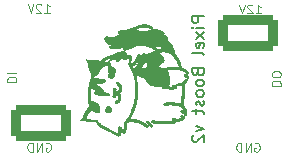
<source format=gbr>
%TF.GenerationSoftware,KiCad,Pcbnew,7.0.7*%
%TF.CreationDate,2023-11-08T00:51:53-05:00*%
%TF.ProjectId,Pixel_Boost,50697865-6c5f-4426-9f6f-73742e6b6963,v2*%
%TF.SameCoordinates,Original*%
%TF.FileFunction,Legend,Bot*%
%TF.FilePolarity,Positive*%
%FSLAX46Y46*%
G04 Gerber Fmt 4.6, Leading zero omitted, Abs format (unit mm)*
G04 Created by KiCad (PCBNEW 7.0.7) date 2023-11-08 00:51:53*
%MOMM*%
%LPD*%
G01*
G04 APERTURE LIST*
G04 Aperture macros list*
%AMRoundRect*
0 Rectangle with rounded corners*
0 $1 Rounding radius*
0 $2 $3 $4 $5 $6 $7 $8 $9 X,Y pos of 4 corners*
0 Add a 4 corners polygon primitive as box body*
4,1,4,$2,$3,$4,$5,$6,$7,$8,$9,$2,$3,0*
0 Add four circle primitives for the rounded corners*
1,1,$1+$1,$2,$3*
1,1,$1+$1,$4,$5*
1,1,$1+$1,$6,$7*
1,1,$1+$1,$8,$9*
0 Add four rect primitives between the rounded corners*
20,1,$1+$1,$2,$3,$4,$5,0*
20,1,$1+$1,$4,$5,$6,$7,0*
20,1,$1+$1,$6,$7,$8,$9,0*
20,1,$1+$1,$8,$9,$2,$3,0*%
G04 Aperture macros list end*
%ADD10C,0.100000*%
%ADD11C,0.150000*%
%ADD12RoundRect,0.416667X2.083333X-1.083333X2.083333X1.083333X-2.083333X1.083333X-2.083333X-1.083333X0*%
%ADD13O,3.600000X3.000000*%
%ADD14O,5.000000X3.000000*%
%ADD15RoundRect,0.416667X-2.083333X1.083333X-2.083333X-1.083333X2.083333X-1.083333X2.083333X1.083333X0*%
G04 APERTURE END LIST*
D10*
X162058235Y-113714285D02*
X162808235Y-113714285D01*
X162808235Y-113714285D02*
X162808235Y-113535714D01*
X162808235Y-113535714D02*
X162772521Y-113428571D01*
X162772521Y-113428571D02*
X162701092Y-113357142D01*
X162701092Y-113357142D02*
X162629664Y-113321428D01*
X162629664Y-113321428D02*
X162486807Y-113285714D01*
X162486807Y-113285714D02*
X162379664Y-113285714D01*
X162379664Y-113285714D02*
X162236807Y-113321428D01*
X162236807Y-113321428D02*
X162165378Y-113357142D01*
X162165378Y-113357142D02*
X162093950Y-113428571D01*
X162093950Y-113428571D02*
X162058235Y-113535714D01*
X162058235Y-113535714D02*
X162058235Y-113714285D01*
X162808235Y-112821428D02*
X162808235Y-112678571D01*
X162808235Y-112678571D02*
X162772521Y-112607142D01*
X162772521Y-112607142D02*
X162701092Y-112535714D01*
X162701092Y-112535714D02*
X162558235Y-112499999D01*
X162558235Y-112499999D02*
X162308235Y-112499999D01*
X162308235Y-112499999D02*
X162165378Y-112535714D01*
X162165378Y-112535714D02*
X162093950Y-112607142D01*
X162093950Y-112607142D02*
X162058235Y-112678571D01*
X162058235Y-112678571D02*
X162058235Y-112821428D01*
X162058235Y-112821428D02*
X162093950Y-112892857D01*
X162093950Y-112892857D02*
X162165378Y-112964285D01*
X162165378Y-112964285D02*
X162308235Y-112999999D01*
X162308235Y-112999999D02*
X162558235Y-112999999D01*
X162558235Y-112999999D02*
X162701092Y-112964285D01*
X162701092Y-112964285D02*
X162772521Y-112892857D01*
X162772521Y-112892857D02*
X162808235Y-112821428D01*
X160601428Y-118587478D02*
X160672857Y-118551764D01*
X160672857Y-118551764D02*
X160779999Y-118551764D01*
X160779999Y-118551764D02*
X160887142Y-118587478D01*
X160887142Y-118587478D02*
X160958571Y-118658907D01*
X160958571Y-118658907D02*
X160994285Y-118730335D01*
X160994285Y-118730335D02*
X161029999Y-118873192D01*
X161029999Y-118873192D02*
X161029999Y-118980335D01*
X161029999Y-118980335D02*
X160994285Y-119123192D01*
X160994285Y-119123192D02*
X160958571Y-119194621D01*
X160958571Y-119194621D02*
X160887142Y-119266050D01*
X160887142Y-119266050D02*
X160779999Y-119301764D01*
X160779999Y-119301764D02*
X160708571Y-119301764D01*
X160708571Y-119301764D02*
X160601428Y-119266050D01*
X160601428Y-119266050D02*
X160565714Y-119230335D01*
X160565714Y-119230335D02*
X160565714Y-118980335D01*
X160565714Y-118980335D02*
X160708571Y-118980335D01*
X160244285Y-119301764D02*
X160244285Y-118551764D01*
X160244285Y-118551764D02*
X159815714Y-119301764D01*
X159815714Y-119301764D02*
X159815714Y-118551764D01*
X159458571Y-119301764D02*
X159458571Y-118551764D01*
X159458571Y-118551764D02*
X159280000Y-118551764D01*
X159280000Y-118551764D02*
X159172857Y-118587478D01*
X159172857Y-118587478D02*
X159101428Y-118658907D01*
X159101428Y-118658907D02*
X159065714Y-118730335D01*
X159065714Y-118730335D02*
X159030000Y-118873192D01*
X159030000Y-118873192D02*
X159030000Y-118980335D01*
X159030000Y-118980335D02*
X159065714Y-119123192D01*
X159065714Y-119123192D02*
X159101428Y-119194621D01*
X159101428Y-119194621D02*
X159172857Y-119266050D01*
X159172857Y-119266050D02*
X159280000Y-119301764D01*
X159280000Y-119301764D02*
X159458571Y-119301764D01*
X142789285Y-107541764D02*
X143217856Y-107541764D01*
X143003571Y-107541764D02*
X143003571Y-106791764D01*
X143003571Y-106791764D02*
X143074999Y-106898907D01*
X143074999Y-106898907D02*
X143146428Y-106970335D01*
X143146428Y-106970335D02*
X143217856Y-107006050D01*
X142503570Y-106863192D02*
X142467856Y-106827478D01*
X142467856Y-106827478D02*
X142396428Y-106791764D01*
X142396428Y-106791764D02*
X142217856Y-106791764D01*
X142217856Y-106791764D02*
X142146428Y-106827478D01*
X142146428Y-106827478D02*
X142110713Y-106863192D01*
X142110713Y-106863192D02*
X142074999Y-106934621D01*
X142074999Y-106934621D02*
X142074999Y-107006050D01*
X142074999Y-107006050D02*
X142110713Y-107113192D01*
X142110713Y-107113192D02*
X142539285Y-107541764D01*
X142539285Y-107541764D02*
X142074999Y-107541764D01*
X141860713Y-106791764D02*
X141610713Y-107541764D01*
X141610713Y-107541764D02*
X141360713Y-106791764D01*
X160674285Y-107591764D02*
X161102856Y-107591764D01*
X160888571Y-107591764D02*
X160888571Y-106841764D01*
X160888571Y-106841764D02*
X160959999Y-106948907D01*
X160959999Y-106948907D02*
X161031428Y-107020335D01*
X161031428Y-107020335D02*
X161102856Y-107056050D01*
X160388570Y-106913192D02*
X160352856Y-106877478D01*
X160352856Y-106877478D02*
X160281428Y-106841764D01*
X160281428Y-106841764D02*
X160102856Y-106841764D01*
X160102856Y-106841764D02*
X160031428Y-106877478D01*
X160031428Y-106877478D02*
X159995713Y-106913192D01*
X159995713Y-106913192D02*
X159959999Y-106984621D01*
X159959999Y-106984621D02*
X159959999Y-107056050D01*
X159959999Y-107056050D02*
X159995713Y-107163192D01*
X159995713Y-107163192D02*
X160424285Y-107591764D01*
X160424285Y-107591764D02*
X159959999Y-107591764D01*
X159745713Y-106841764D02*
X159495713Y-107591764D01*
X159495713Y-107591764D02*
X159245713Y-106841764D01*
X142921428Y-118577478D02*
X142992857Y-118541764D01*
X142992857Y-118541764D02*
X143099999Y-118541764D01*
X143099999Y-118541764D02*
X143207142Y-118577478D01*
X143207142Y-118577478D02*
X143278571Y-118648907D01*
X143278571Y-118648907D02*
X143314285Y-118720335D01*
X143314285Y-118720335D02*
X143349999Y-118863192D01*
X143349999Y-118863192D02*
X143349999Y-118970335D01*
X143349999Y-118970335D02*
X143314285Y-119113192D01*
X143314285Y-119113192D02*
X143278571Y-119184621D01*
X143278571Y-119184621D02*
X143207142Y-119256050D01*
X143207142Y-119256050D02*
X143099999Y-119291764D01*
X143099999Y-119291764D02*
X143028571Y-119291764D01*
X143028571Y-119291764D02*
X142921428Y-119256050D01*
X142921428Y-119256050D02*
X142885714Y-119220335D01*
X142885714Y-119220335D02*
X142885714Y-118970335D01*
X142885714Y-118970335D02*
X143028571Y-118970335D01*
X142564285Y-119291764D02*
X142564285Y-118541764D01*
X142564285Y-118541764D02*
X142135714Y-119291764D01*
X142135714Y-119291764D02*
X142135714Y-118541764D01*
X141778571Y-119291764D02*
X141778571Y-118541764D01*
X141778571Y-118541764D02*
X141600000Y-118541764D01*
X141600000Y-118541764D02*
X141492857Y-118577478D01*
X141492857Y-118577478D02*
X141421428Y-118648907D01*
X141421428Y-118648907D02*
X141385714Y-118720335D01*
X141385714Y-118720335D02*
X141350000Y-118863192D01*
X141350000Y-118863192D02*
X141350000Y-118970335D01*
X141350000Y-118970335D02*
X141385714Y-119113192D01*
X141385714Y-119113192D02*
X141421428Y-119184621D01*
X141421428Y-119184621D02*
X141492857Y-119256050D01*
X141492857Y-119256050D02*
X141600000Y-119291764D01*
X141600000Y-119291764D02*
X141778571Y-119291764D01*
X139658235Y-113374999D02*
X140408235Y-113374999D01*
X140408235Y-113374999D02*
X140408235Y-113196428D01*
X140408235Y-113196428D02*
X140372521Y-113089285D01*
X140372521Y-113089285D02*
X140301092Y-113017856D01*
X140301092Y-113017856D02*
X140229664Y-112982142D01*
X140229664Y-112982142D02*
X140086807Y-112946428D01*
X140086807Y-112946428D02*
X139979664Y-112946428D01*
X139979664Y-112946428D02*
X139836807Y-112982142D01*
X139836807Y-112982142D02*
X139765378Y-113017856D01*
X139765378Y-113017856D02*
X139693950Y-113089285D01*
X139693950Y-113089285D02*
X139658235Y-113196428D01*
X139658235Y-113196428D02*
X139658235Y-113374999D01*
X139658235Y-112624999D02*
X140408235Y-112624999D01*
D11*
X156294819Y-107820475D02*
X155294819Y-107820475D01*
X155294819Y-107820475D02*
X155294819Y-108201427D01*
X155294819Y-108201427D02*
X155342438Y-108296665D01*
X155342438Y-108296665D02*
X155390057Y-108344284D01*
X155390057Y-108344284D02*
X155485295Y-108391903D01*
X155485295Y-108391903D02*
X155628152Y-108391903D01*
X155628152Y-108391903D02*
X155723390Y-108344284D01*
X155723390Y-108344284D02*
X155771009Y-108296665D01*
X155771009Y-108296665D02*
X155818628Y-108201427D01*
X155818628Y-108201427D02*
X155818628Y-107820475D01*
X156294819Y-108820475D02*
X155628152Y-108820475D01*
X155294819Y-108820475D02*
X155342438Y-108772856D01*
X155342438Y-108772856D02*
X155390057Y-108820475D01*
X155390057Y-108820475D02*
X155342438Y-108868094D01*
X155342438Y-108868094D02*
X155294819Y-108820475D01*
X155294819Y-108820475D02*
X155390057Y-108820475D01*
X156294819Y-109201427D02*
X155628152Y-109725236D01*
X155628152Y-109201427D02*
X156294819Y-109725236D01*
X156247200Y-110487141D02*
X156294819Y-110391903D01*
X156294819Y-110391903D02*
X156294819Y-110201427D01*
X156294819Y-110201427D02*
X156247200Y-110106189D01*
X156247200Y-110106189D02*
X156151961Y-110058570D01*
X156151961Y-110058570D02*
X155771009Y-110058570D01*
X155771009Y-110058570D02*
X155675771Y-110106189D01*
X155675771Y-110106189D02*
X155628152Y-110201427D01*
X155628152Y-110201427D02*
X155628152Y-110391903D01*
X155628152Y-110391903D02*
X155675771Y-110487141D01*
X155675771Y-110487141D02*
X155771009Y-110534760D01*
X155771009Y-110534760D02*
X155866247Y-110534760D01*
X155866247Y-110534760D02*
X155961485Y-110058570D01*
X156294819Y-111106189D02*
X156247200Y-111010951D01*
X156247200Y-111010951D02*
X156151961Y-110963332D01*
X156151961Y-110963332D02*
X155294819Y-110963332D01*
X155771009Y-112582380D02*
X155818628Y-112725237D01*
X155818628Y-112725237D02*
X155866247Y-112772856D01*
X155866247Y-112772856D02*
X155961485Y-112820475D01*
X155961485Y-112820475D02*
X156104342Y-112820475D01*
X156104342Y-112820475D02*
X156199580Y-112772856D01*
X156199580Y-112772856D02*
X156247200Y-112725237D01*
X156247200Y-112725237D02*
X156294819Y-112629999D01*
X156294819Y-112629999D02*
X156294819Y-112249047D01*
X156294819Y-112249047D02*
X155294819Y-112249047D01*
X155294819Y-112249047D02*
X155294819Y-112582380D01*
X155294819Y-112582380D02*
X155342438Y-112677618D01*
X155342438Y-112677618D02*
X155390057Y-112725237D01*
X155390057Y-112725237D02*
X155485295Y-112772856D01*
X155485295Y-112772856D02*
X155580533Y-112772856D01*
X155580533Y-112772856D02*
X155675771Y-112725237D01*
X155675771Y-112725237D02*
X155723390Y-112677618D01*
X155723390Y-112677618D02*
X155771009Y-112582380D01*
X155771009Y-112582380D02*
X155771009Y-112249047D01*
X156294819Y-113391904D02*
X156247200Y-113296666D01*
X156247200Y-113296666D02*
X156199580Y-113249047D01*
X156199580Y-113249047D02*
X156104342Y-113201428D01*
X156104342Y-113201428D02*
X155818628Y-113201428D01*
X155818628Y-113201428D02*
X155723390Y-113249047D01*
X155723390Y-113249047D02*
X155675771Y-113296666D01*
X155675771Y-113296666D02*
X155628152Y-113391904D01*
X155628152Y-113391904D02*
X155628152Y-113534761D01*
X155628152Y-113534761D02*
X155675771Y-113629999D01*
X155675771Y-113629999D02*
X155723390Y-113677618D01*
X155723390Y-113677618D02*
X155818628Y-113725237D01*
X155818628Y-113725237D02*
X156104342Y-113725237D01*
X156104342Y-113725237D02*
X156199580Y-113677618D01*
X156199580Y-113677618D02*
X156247200Y-113629999D01*
X156247200Y-113629999D02*
X156294819Y-113534761D01*
X156294819Y-113534761D02*
X156294819Y-113391904D01*
X156294819Y-114296666D02*
X156247200Y-114201428D01*
X156247200Y-114201428D02*
X156199580Y-114153809D01*
X156199580Y-114153809D02*
X156104342Y-114106190D01*
X156104342Y-114106190D02*
X155818628Y-114106190D01*
X155818628Y-114106190D02*
X155723390Y-114153809D01*
X155723390Y-114153809D02*
X155675771Y-114201428D01*
X155675771Y-114201428D02*
X155628152Y-114296666D01*
X155628152Y-114296666D02*
X155628152Y-114439523D01*
X155628152Y-114439523D02*
X155675771Y-114534761D01*
X155675771Y-114534761D02*
X155723390Y-114582380D01*
X155723390Y-114582380D02*
X155818628Y-114629999D01*
X155818628Y-114629999D02*
X156104342Y-114629999D01*
X156104342Y-114629999D02*
X156199580Y-114582380D01*
X156199580Y-114582380D02*
X156247200Y-114534761D01*
X156247200Y-114534761D02*
X156294819Y-114439523D01*
X156294819Y-114439523D02*
X156294819Y-114296666D01*
X156247200Y-115010952D02*
X156294819Y-115106190D01*
X156294819Y-115106190D02*
X156294819Y-115296666D01*
X156294819Y-115296666D02*
X156247200Y-115391904D01*
X156247200Y-115391904D02*
X156151961Y-115439523D01*
X156151961Y-115439523D02*
X156104342Y-115439523D01*
X156104342Y-115439523D02*
X156009104Y-115391904D01*
X156009104Y-115391904D02*
X155961485Y-115296666D01*
X155961485Y-115296666D02*
X155961485Y-115153809D01*
X155961485Y-115153809D02*
X155913866Y-115058571D01*
X155913866Y-115058571D02*
X155818628Y-115010952D01*
X155818628Y-115010952D02*
X155771009Y-115010952D01*
X155771009Y-115010952D02*
X155675771Y-115058571D01*
X155675771Y-115058571D02*
X155628152Y-115153809D01*
X155628152Y-115153809D02*
X155628152Y-115296666D01*
X155628152Y-115296666D02*
X155675771Y-115391904D01*
X155628152Y-115725238D02*
X155628152Y-116106190D01*
X155294819Y-115868095D02*
X156151961Y-115868095D01*
X156151961Y-115868095D02*
X156247200Y-115915714D01*
X156247200Y-115915714D02*
X156294819Y-116010952D01*
X156294819Y-116010952D02*
X156294819Y-116106190D01*
X155628152Y-117106191D02*
X156294819Y-117344286D01*
X156294819Y-117344286D02*
X155628152Y-117582381D01*
X155390057Y-117915715D02*
X155342438Y-117963334D01*
X155342438Y-117963334D02*
X155294819Y-118058572D01*
X155294819Y-118058572D02*
X155294819Y-118296667D01*
X155294819Y-118296667D02*
X155342438Y-118391905D01*
X155342438Y-118391905D02*
X155390057Y-118439524D01*
X155390057Y-118439524D02*
X155485295Y-118487143D01*
X155485295Y-118487143D02*
X155580533Y-118487143D01*
X155580533Y-118487143D02*
X155723390Y-118439524D01*
X155723390Y-118439524D02*
X156294819Y-117868096D01*
X156294819Y-117868096D02*
X156294819Y-118487143D01*
%TO.C,G\u002A\u002A\u002A*%
G36*
X154740556Y-112720537D02*
G01*
X154769594Y-112727935D01*
X154817144Y-112747862D01*
X154866026Y-112776257D01*
X154913637Y-112810950D01*
X154957371Y-112849773D01*
X154994622Y-112890555D01*
X155022787Y-112931127D01*
X155039261Y-112969319D01*
X155040916Y-112975519D01*
X155046947Y-113001346D01*
X155048245Y-113019754D01*
X155044575Y-113036551D01*
X155035703Y-113057544D01*
X155024955Y-113077421D01*
X154996449Y-113109957D01*
X154960295Y-113129676D01*
X154916900Y-113136310D01*
X154895328Y-113133186D01*
X154862627Y-113119677D01*
X154832351Y-113098468D01*
X154810009Y-113072831D01*
X154799672Y-113058085D01*
X154767200Y-113023840D01*
X154725439Y-112991294D01*
X154678174Y-112963585D01*
X154649580Y-112947943D01*
X154621764Y-112926858D01*
X154603593Y-112902952D01*
X154592121Y-112873127D01*
X154588802Y-112855655D01*
X154591063Y-112817054D01*
X154605319Y-112782025D01*
X154629483Y-112752713D01*
X154661468Y-112731265D01*
X154699188Y-112719824D01*
X154740556Y-112720537D01*
G37*
G36*
X148289508Y-115453433D02*
G01*
X148347148Y-115473134D01*
X148363621Y-115481741D01*
X148412908Y-115517299D01*
X148455163Y-115562680D01*
X148487729Y-115614631D01*
X148507950Y-115669903D01*
X148512168Y-115691638D01*
X148514649Y-115754293D01*
X148503551Y-115815281D01*
X148479902Y-115872529D01*
X148444726Y-115923966D01*
X148399051Y-115967519D01*
X148343903Y-116001116D01*
X148329285Y-116007624D01*
X148309594Y-116014406D01*
X148288403Y-116018349D01*
X148261216Y-116020179D01*
X148223537Y-116020628D01*
X148191445Y-116020362D01*
X148163510Y-116018924D01*
X148142361Y-116015546D01*
X148123543Y-116009466D01*
X148102605Y-115999920D01*
X148081326Y-115988535D01*
X148027606Y-115949084D01*
X147985381Y-115900076D01*
X147954951Y-115841921D01*
X147936618Y-115775026D01*
X147933966Y-115755470D01*
X147934424Y-115703641D01*
X147946605Y-115651107D01*
X147971154Y-115594488D01*
X147977656Y-115582736D01*
X148013626Y-115535579D01*
X148059188Y-115497636D01*
X148111948Y-115469677D01*
X148169517Y-115452476D01*
X148229500Y-115446804D01*
X148289508Y-115453433D01*
G37*
G36*
X151575374Y-116676799D02*
G01*
X151616601Y-116696996D01*
X151626678Y-116704586D01*
X151650437Y-116725078D01*
X151680743Y-116753286D01*
X151715433Y-116787021D01*
X151752341Y-116824097D01*
X151789303Y-116862326D01*
X151824156Y-116899522D01*
X151854735Y-116933496D01*
X151878876Y-116962063D01*
X151887255Y-116972742D01*
X151909458Y-117003262D01*
X151928719Y-117032666D01*
X151941611Y-117055831D01*
X151943659Y-117060367D01*
X151956746Y-117105194D01*
X151957375Y-117147949D01*
X151946773Y-117186623D01*
X151926165Y-117219213D01*
X151896778Y-117243711D01*
X151859837Y-117258112D01*
X151816569Y-117260410D01*
X151808766Y-117259462D01*
X151778230Y-117250835D01*
X151750355Y-117233404D01*
X151722766Y-117205332D01*
X151693085Y-117164776D01*
X151687339Y-117156571D01*
X151662893Y-117126183D01*
X151628526Y-117088060D01*
X151585484Y-117043551D01*
X151535014Y-116994001D01*
X151523323Y-116982719D01*
X151486446Y-116946321D01*
X151454600Y-116913647D01*
X151429289Y-116886304D01*
X151412013Y-116865901D01*
X151404277Y-116854048D01*
X151396838Y-116821139D01*
X151399186Y-116777165D01*
X151415192Y-116736423D01*
X151444143Y-116701640D01*
X151453037Y-116694508D01*
X151490695Y-116675633D01*
X151532440Y-116669704D01*
X151575374Y-116676799D01*
G37*
G36*
X154470832Y-116185241D02*
G01*
X154521027Y-116211565D01*
X154545412Y-116225533D01*
X154579951Y-116241791D01*
X154611044Y-116253059D01*
X154614302Y-116253992D01*
X154653211Y-116269150D01*
X154682192Y-116290302D01*
X154705783Y-116320687D01*
X154712786Y-116336373D01*
X154718934Y-116368139D01*
X154718866Y-116402767D01*
X154712200Y-116433509D01*
X154704461Y-116447137D01*
X154688690Y-116467892D01*
X154669067Y-116489657D01*
X154646404Y-116513322D01*
X154619084Y-116542812D01*
X154593911Y-116570825D01*
X154567980Y-116597871D01*
X154524025Y-116634295D01*
X154472852Y-116665967D01*
X154412520Y-116693873D01*
X154341090Y-116719001D01*
X154256618Y-116742338D01*
X154246663Y-116744785D01*
X154216965Y-116751535D01*
X154190048Y-116756341D01*
X154162356Y-116759539D01*
X154130333Y-116761462D01*
X154090421Y-116762447D01*
X154039066Y-116762827D01*
X153902174Y-116763274D01*
X153902164Y-116784275D01*
X153901554Y-116793926D01*
X153890141Y-116827157D01*
X153865114Y-116859064D01*
X153827545Y-116889109D01*
X153778504Y-116916751D01*
X153719062Y-116941451D01*
X153650289Y-116962670D01*
X153573256Y-116979867D01*
X153489035Y-116992502D01*
X153469433Y-116994393D01*
X153419616Y-116997140D01*
X153357255Y-116998532D01*
X153283948Y-116998643D01*
X153201288Y-116997541D01*
X153110873Y-116995300D01*
X153014298Y-116991990D01*
X152913158Y-116987681D01*
X152809050Y-116982446D01*
X152703568Y-116976355D01*
X152598309Y-116969479D01*
X152494867Y-116961890D01*
X152394840Y-116953659D01*
X152299822Y-116944856D01*
X152211410Y-116935553D01*
X152196857Y-116933932D01*
X152145911Y-116928535D01*
X152097899Y-116923847D01*
X152055810Y-116920138D01*
X152022636Y-116917674D01*
X152001368Y-116916725D01*
X151998381Y-116916693D01*
X151947529Y-116911765D01*
X151907602Y-116898025D01*
X151876832Y-116874561D01*
X151853453Y-116840463D01*
X151842093Y-116807753D01*
X151840900Y-116767287D01*
X151852612Y-116728595D01*
X151876290Y-116694495D01*
X151910994Y-116667805D01*
X151925052Y-116660509D01*
X151946955Y-116652270D01*
X151971359Y-116648283D01*
X152004478Y-116647176D01*
X152039275Y-116647995D01*
X152081949Y-116650529D01*
X152120751Y-116654205D01*
X152157063Y-116658344D01*
X152196332Y-116662443D01*
X152229325Y-116665530D01*
X152242680Y-116666682D01*
X152277239Y-116669773D01*
X152317370Y-116673464D01*
X152356851Y-116677187D01*
X152369532Y-116678376D01*
X152410449Y-116681981D01*
X152461746Y-116686209D01*
X152524188Y-116691120D01*
X152598540Y-116696771D01*
X152685567Y-116703221D01*
X152786034Y-116710528D01*
X152900708Y-116718752D01*
X152949998Y-116721840D01*
X153020046Y-116725033D01*
X153093453Y-116727214D01*
X153168181Y-116728406D01*
X153242192Y-116728633D01*
X153313448Y-116727918D01*
X153379912Y-116726286D01*
X153439546Y-116723760D01*
X153490312Y-116720365D01*
X153530171Y-116716124D01*
X153557087Y-116711062D01*
X153581955Y-116703971D01*
X153600455Y-116698294D01*
X153608479Y-116695286D01*
X153608422Y-116693609D01*
X153602715Y-116683161D01*
X153591243Y-116666945D01*
X153585437Y-116658745D01*
X153568320Y-116620164D01*
X153565236Y-116579979D01*
X153576036Y-116540791D01*
X153600570Y-116505201D01*
X153601439Y-116504291D01*
X153622579Y-116484974D01*
X153644394Y-116471984D01*
X153669633Y-116464885D01*
X153701045Y-116463239D01*
X153741379Y-116466611D01*
X153793383Y-116474564D01*
X153813499Y-116477823D01*
X153874826Y-116485759D01*
X153939052Y-116491526D01*
X154002652Y-116494977D01*
X154062104Y-116495961D01*
X154113886Y-116494327D01*
X154154474Y-116489927D01*
X154179580Y-116484710D01*
X154212569Y-116476339D01*
X154248140Y-116466203D01*
X154282864Y-116455375D01*
X154313311Y-116444929D01*
X154336053Y-116435936D01*
X154347659Y-116429471D01*
X154347693Y-116423114D01*
X154339407Y-116408037D01*
X154323459Y-116387808D01*
X154316282Y-116379172D01*
X154293414Y-116339953D01*
X154284827Y-116299817D01*
X154290630Y-116260208D01*
X154310932Y-116222571D01*
X154313500Y-116219288D01*
X154345412Y-116189922D01*
X154382573Y-116174443D01*
X154424530Y-116172875D01*
X154470832Y-116185241D01*
G37*
G36*
X149064185Y-113373675D02*
G01*
X149077789Y-113381566D01*
X149101703Y-113400683D01*
X149131043Y-113427893D01*
X149163796Y-113461008D01*
X149197945Y-113497841D01*
X149231475Y-113536203D01*
X149262371Y-113573907D01*
X149288617Y-113608764D01*
X149308197Y-113638586D01*
X149323775Y-113667176D01*
X149357093Y-113747071D01*
X149378904Y-113831395D01*
X149382007Y-113859258D01*
X149382791Y-113902763D01*
X149380481Y-113951873D01*
X149375337Y-114001644D01*
X149367617Y-114047134D01*
X149352342Y-114100508D01*
X149322216Y-114169724D01*
X149282449Y-114235934D01*
X149235516Y-114294506D01*
X149181440Y-114352410D01*
X149197592Y-114372609D01*
X149243169Y-114441028D01*
X149277346Y-114517267D01*
X149299450Y-114598525D01*
X149309390Y-114682723D01*
X149307074Y-114767783D01*
X149292409Y-114851629D01*
X149265305Y-114932182D01*
X149225668Y-115007366D01*
X149211773Y-115028044D01*
X149181940Y-115066255D01*
X149146156Y-115104212D01*
X149102004Y-115144378D01*
X149047067Y-115189211D01*
X149033026Y-115200187D01*
X148991007Y-115232170D01*
X148957594Y-115255739D01*
X148930719Y-115272048D01*
X148908317Y-115282254D01*
X148888321Y-115287512D01*
X148868664Y-115288979D01*
X148824466Y-115282822D01*
X148785679Y-115264976D01*
X148755358Y-115237553D01*
X148734737Y-115202670D01*
X148725054Y-115162444D01*
X148727543Y-115118995D01*
X148743442Y-115074438D01*
X148746288Y-115070098D01*
X148760923Y-115053972D01*
X148784536Y-115031876D01*
X148814877Y-115005850D01*
X148849700Y-114977937D01*
X148882000Y-114952476D01*
X148923581Y-114917598D01*
X148955299Y-114887229D01*
X148978874Y-114859222D01*
X148996028Y-114831427D01*
X149008481Y-114801697D01*
X149017955Y-114767881D01*
X149019923Y-114757537D01*
X149022169Y-114717097D01*
X149018525Y-114671815D01*
X149009778Y-114628164D01*
X148996711Y-114592620D01*
X148987836Y-114577920D01*
X148961418Y-114546613D01*
X148927822Y-114517288D01*
X148891805Y-114494402D01*
X148883140Y-114490066D01*
X148866267Y-114482194D01*
X148857711Y-114479074D01*
X148856980Y-114480114D01*
X148855283Y-114491808D01*
X148854103Y-114513744D01*
X148853661Y-114542468D01*
X148853345Y-114567372D01*
X148849839Y-114617094D01*
X148841877Y-114656185D01*
X148828742Y-114687437D01*
X148809718Y-114713641D01*
X148799346Y-114724200D01*
X148777507Y-114742404D01*
X148758258Y-114754025D01*
X148735589Y-114761112D01*
X148693026Y-114763965D01*
X148650433Y-114755525D01*
X148611261Y-114737133D01*
X148578966Y-114710131D01*
X148556999Y-114675860D01*
X148553334Y-114665795D01*
X148549177Y-114647469D01*
X148547150Y-114624596D01*
X148547289Y-114595120D01*
X148549629Y-114556987D01*
X148554208Y-114508141D01*
X148561061Y-114446526D01*
X148565163Y-114408343D01*
X148570580Y-114350204D01*
X148575778Y-114286700D01*
X148580320Y-114223237D01*
X148583769Y-114165220D01*
X148584176Y-114157470D01*
X148587061Y-114108697D01*
X148590263Y-114063381D01*
X148593544Y-114024405D01*
X148596663Y-113994652D01*
X148599382Y-113977006D01*
X148600930Y-113970692D01*
X148616494Y-113932393D01*
X148641813Y-113903418D01*
X148679303Y-113880860D01*
X148709431Y-113870262D01*
X148755770Y-113865646D01*
X148799990Y-113874629D01*
X148839676Y-113896585D01*
X148872415Y-113930890D01*
X148877710Y-113938619D01*
X148888606Y-113958767D01*
X148893675Y-113979906D01*
X148894919Y-114008988D01*
X148894550Y-114027377D01*
X148892312Y-114065747D01*
X148888719Y-114100723D01*
X148888633Y-114101359D01*
X148885661Y-114126392D01*
X148885927Y-114140762D01*
X148890256Y-114148532D01*
X148899470Y-114153768D01*
X148903298Y-114154981D01*
X148924113Y-114153857D01*
X148952156Y-114144537D01*
X148984177Y-114128326D01*
X149016927Y-114106531D01*
X149034626Y-114089908D01*
X149059267Y-114053541D01*
X149078332Y-114008030D01*
X149090543Y-113956723D01*
X149094621Y-113902968D01*
X149094194Y-113889181D01*
X149090007Y-113856978D01*
X149080410Y-113825710D01*
X149064216Y-113793228D01*
X149040235Y-113757383D01*
X149007280Y-113716025D01*
X148964163Y-113667005D01*
X148936375Y-113636088D01*
X148910935Y-113606689D01*
X148893115Y-113584174D01*
X148881374Y-113566407D01*
X148874168Y-113551254D01*
X148869954Y-113536578D01*
X148867234Y-113519643D01*
X148868899Y-113475138D01*
X148882631Y-113435798D01*
X148906484Y-113403254D01*
X148938511Y-113379137D01*
X148976768Y-113365081D01*
X149019307Y-113362716D01*
X149064185Y-113373675D01*
G37*
G36*
X151391552Y-108520955D02*
G01*
X151492175Y-108531685D01*
X151582534Y-108549450D01*
X151625255Y-108562453D01*
X151683307Y-108585118D01*
X151744889Y-108613559D01*
X151806390Y-108645859D01*
X151864204Y-108680105D01*
X151914721Y-108714381D01*
X151954333Y-108746772D01*
X151959569Y-108751876D01*
X151986896Y-108788852D01*
X152001315Y-108829733D01*
X152002288Y-108871961D01*
X151989278Y-108912979D01*
X151985133Y-108921190D01*
X151977365Y-108937199D01*
X151974290Y-108944561D01*
X151980819Y-108945124D01*
X152000468Y-108945676D01*
X152031291Y-108946163D01*
X152071328Y-108946562D01*
X152118619Y-108946848D01*
X152171204Y-108946998D01*
X152242567Y-108947507D01*
X152321405Y-108949483D01*
X152389271Y-108953216D01*
X152412177Y-108955455D01*
X152448390Y-108958995D01*
X152500988Y-108967111D01*
X152549290Y-108977855D01*
X152595521Y-108991516D01*
X152641907Y-109008385D01*
X152642959Y-109008801D01*
X152690876Y-109030379D01*
X152741299Y-109057600D01*
X152791497Y-109088569D01*
X152822909Y-109110394D01*
X152838741Y-109121394D01*
X152880302Y-109154181D01*
X152913452Y-109185036D01*
X152935460Y-109212065D01*
X152943146Y-109225689D01*
X152956261Y-109267888D01*
X152954865Y-109311081D01*
X152938905Y-109353082D01*
X152921022Y-109384355D01*
X152959214Y-109396847D01*
X152961134Y-109397479D01*
X153028089Y-109424038D01*
X153090215Y-109457212D01*
X153145843Y-109495529D01*
X153193304Y-109537518D01*
X153230930Y-109581709D01*
X153257054Y-109626632D01*
X153270007Y-109670816D01*
X153270845Y-109680250D01*
X153266425Y-109718754D01*
X153251219Y-109755219D01*
X153227456Y-109785515D01*
X153197362Y-109805511D01*
X153174901Y-109814815D01*
X153241900Y-109857119D01*
X153299252Y-109895552D01*
X153371052Y-109952028D01*
X153435526Y-110014255D01*
X153495737Y-110085278D01*
X153554748Y-110168142D01*
X153588847Y-110221522D01*
X153647024Y-110322104D01*
X153699107Y-110424762D01*
X153744291Y-110527437D01*
X153781771Y-110628070D01*
X153810740Y-110724601D01*
X153830392Y-110814970D01*
X153839923Y-110897119D01*
X153844406Y-110979635D01*
X153902549Y-111041242D01*
X153920834Y-111060978D01*
X154012601Y-111171623D01*
X154099132Y-111295925D01*
X154180217Y-111433472D01*
X154255644Y-111583850D01*
X154325204Y-111746647D01*
X154388686Y-111921449D01*
X154445879Y-112107843D01*
X154469911Y-112193345D01*
X154540478Y-112220714D01*
X154648508Y-112268664D01*
X154759403Y-112331284D01*
X154862101Y-112403645D01*
X154953888Y-112484017D01*
X154969321Y-112499553D01*
X154998663Y-112531655D01*
X155021139Y-112559935D01*
X155034390Y-112581536D01*
X155047274Y-112621828D01*
X155047090Y-112661270D01*
X155033002Y-112701479D01*
X155021195Y-112720378D01*
X154991810Y-112747910D01*
X154955586Y-112764195D01*
X154915618Y-112768117D01*
X154875003Y-112758557D01*
X154863386Y-112752135D01*
X154841761Y-112735682D01*
X154820858Y-112715491D01*
X154815140Y-112709216D01*
X154756075Y-112649308D01*
X154695069Y-112596995D01*
X154629946Y-112551018D01*
X154558527Y-112510117D01*
X154478636Y-112473033D01*
X154388096Y-112438507D01*
X154284730Y-112405278D01*
X154238221Y-112391693D01*
X154183023Y-112376860D01*
X154133195Y-112365565D01*
X154085346Y-112357351D01*
X154036083Y-112351759D01*
X153982015Y-112348335D01*
X153919749Y-112346619D01*
X153845894Y-112346156D01*
X153823106Y-112346184D01*
X153763852Y-112346617D01*
X153715328Y-112347718D01*
X153674337Y-112349674D01*
X153637681Y-112352671D01*
X153602164Y-112356894D01*
X153564588Y-112362531D01*
X153530551Y-112368218D01*
X153482001Y-112376856D01*
X153432025Y-112386249D01*
X153382936Y-112395917D01*
X153337051Y-112405378D01*
X153296682Y-112414154D01*
X153264145Y-112421764D01*
X153241754Y-112427727D01*
X153231823Y-112431565D01*
X153231072Y-112436310D01*
X153236328Y-112450672D01*
X153247719Y-112469879D01*
X153255691Y-112481786D01*
X153302163Y-112565158D01*
X153341060Y-112661203D01*
X153372328Y-112769650D01*
X153395910Y-112890226D01*
X153411753Y-113022661D01*
X153419801Y-113166682D01*
X153419999Y-113322019D01*
X153418143Y-113386384D01*
X153415316Y-113445896D01*
X153411234Y-113497115D01*
X153405451Y-113543551D01*
X153397522Y-113588714D01*
X153387003Y-113636112D01*
X153373448Y-113689255D01*
X153368125Y-113709692D01*
X153361503Y-113736739D01*
X153357401Y-113755720D01*
X153356548Y-113763434D01*
X153361581Y-113764802D01*
X153378849Y-113768034D01*
X153405339Y-113772423D01*
X153437889Y-113777424D01*
X153450957Y-113779417D01*
X153493898Y-113786935D01*
X153535639Y-113796108D01*
X153581262Y-113808139D01*
X153635852Y-113824229D01*
X153643410Y-113826308D01*
X153646597Y-113824688D01*
X153638963Y-113814496D01*
X153626887Y-113796788D01*
X153614060Y-113759993D01*
X153613365Y-113721282D01*
X153624107Y-113684053D01*
X153645592Y-113651709D01*
X153677126Y-113627649D01*
X153692900Y-113621294D01*
X153731966Y-113616201D01*
X153776337Y-113622121D01*
X153823303Y-113638529D01*
X153870155Y-113664904D01*
X153890349Y-113677979D01*
X153901684Y-113682660D01*
X153905465Y-113678304D01*
X153903942Y-113664912D01*
X153904999Y-113639447D01*
X153914677Y-113609746D01*
X153930431Y-113581626D01*
X153949709Y-113560885D01*
X153961114Y-113552732D01*
X153977267Y-113543647D01*
X153995482Y-113537683D01*
X154020069Y-113533584D01*
X154055336Y-113530095D01*
X154090232Y-113526501D01*
X154155992Y-113515866D01*
X154220499Y-113499660D01*
X154286937Y-113476862D01*
X154358491Y-113446451D01*
X154438346Y-113407409D01*
X154496274Y-113374309D01*
X154558286Y-113328633D01*
X154614181Y-113274194D01*
X154667522Y-113207890D01*
X154667911Y-113207354D01*
X154696757Y-113170225D01*
X154721870Y-113144615D01*
X154746133Y-113128618D01*
X154772427Y-113120326D01*
X154803634Y-113117835D01*
X154813086Y-113117970D01*
X154848064Y-113123784D01*
X154876364Y-113139807D01*
X154902495Y-113168344D01*
X154914895Y-113194153D01*
X154920956Y-113229492D01*
X154919211Y-113267318D01*
X154909378Y-113302118D01*
X154900975Y-113318322D01*
X154879883Y-113350971D01*
X154851586Y-113388992D01*
X154818445Y-113429421D01*
X154782826Y-113469292D01*
X154747092Y-113505642D01*
X154694463Y-113556162D01*
X154693697Y-113918224D01*
X154693522Y-113978297D01*
X154693024Y-114065885D01*
X154692199Y-114142398D01*
X154690977Y-114210272D01*
X154689285Y-114271943D01*
X154687051Y-114329848D01*
X154684204Y-114386423D01*
X154680671Y-114444105D01*
X154676382Y-114505329D01*
X154670803Y-114579231D01*
X154662209Y-114686241D01*
X154653329Y-114789351D01*
X154644287Y-114887454D01*
X154635207Y-114979441D01*
X154626213Y-115064207D01*
X154617428Y-115140643D01*
X154608976Y-115207643D01*
X154600981Y-115264099D01*
X154593566Y-115308904D01*
X154586856Y-115340951D01*
X154580973Y-115359132D01*
X154569222Y-115382688D01*
X154601385Y-115408850D01*
X154654540Y-115454679D01*
X154713875Y-115512577D01*
X154766048Y-115571120D01*
X154808948Y-115627910D01*
X154840463Y-115680546D01*
X154852343Y-115706642D01*
X154867777Y-115748388D01*
X154880496Y-115791649D01*
X154889099Y-115831482D01*
X154892185Y-115862946D01*
X154892023Y-115868765D01*
X154883306Y-115910604D01*
X154862915Y-115947769D01*
X154833062Y-115976030D01*
X154824413Y-115982156D01*
X154810424Y-115995465D01*
X154808093Y-116004657D01*
X154814413Y-116014324D01*
X154826504Y-116032751D01*
X154841532Y-116055613D01*
X154844931Y-116060929D01*
X154861666Y-116091923D01*
X154874251Y-116123186D01*
X154881227Y-116150515D01*
X154881134Y-116169706D01*
X154878409Y-116180129D01*
X154874225Y-116198210D01*
X154871323Y-116207459D01*
X154856106Y-116233583D01*
X154833371Y-116258470D01*
X154807597Y-116276834D01*
X154801960Y-116279357D01*
X154777092Y-116286217D01*
X154750129Y-116289225D01*
X154717895Y-116285796D01*
X154684371Y-116271530D01*
X154652368Y-116245007D01*
X154619915Y-116204953D01*
X154612798Y-116195102D01*
X154578043Y-116153713D01*
X154538358Y-116117969D01*
X154490446Y-116085216D01*
X154431009Y-116052796D01*
X154386052Y-116029070D01*
X154349816Y-116006143D01*
X154324595Y-115984108D01*
X154308686Y-115961064D01*
X154300389Y-115935113D01*
X154298002Y-115904355D01*
X154302269Y-115868812D01*
X154319183Y-115832501D01*
X154349776Y-115801597D01*
X154360392Y-115793996D01*
X154377370Y-115785469D01*
X154397499Y-115781534D01*
X154426674Y-115780580D01*
X154437378Y-115780694D01*
X154461233Y-115782480D01*
X154483472Y-115787495D01*
X154509003Y-115797094D01*
X154542734Y-115812634D01*
X154561489Y-115821387D01*
X154587175Y-115832421D01*
X154605650Y-115839134D01*
X154613818Y-115840319D01*
X154614826Y-115838571D01*
X154612789Y-115825784D01*
X154602834Y-115805084D01*
X154586640Y-115779019D01*
X154565889Y-115750140D01*
X154542261Y-115720995D01*
X154517437Y-115694133D01*
X154516161Y-115692860D01*
X154473482Y-115653126D01*
X154424811Y-115612309D01*
X154374146Y-115573475D01*
X154325483Y-115539693D01*
X154282818Y-115514031D01*
X154233883Y-115491105D01*
X154158704Y-115464635D01*
X154069392Y-115441282D01*
X153966265Y-115421125D01*
X153849644Y-115404247D01*
X153826473Y-115401815D01*
X153779714Y-115398384D01*
X153722996Y-115395526D01*
X153658587Y-115393252D01*
X153588755Y-115391573D01*
X153515767Y-115390498D01*
X153441892Y-115390039D01*
X153369397Y-115390207D01*
X153300550Y-115391010D01*
X153237619Y-115392461D01*
X153182871Y-115394570D01*
X153138575Y-115397346D01*
X153106998Y-115400801D01*
X153076049Y-115405534D01*
X153035452Y-115411213D01*
X153005284Y-115414273D01*
X152982843Y-115414700D01*
X152965427Y-115412485D01*
X152950333Y-115407615D01*
X152934860Y-115400080D01*
X152908192Y-115380985D01*
X152884146Y-115349726D01*
X152871043Y-115313252D01*
X152868951Y-115274458D01*
X152877941Y-115236239D01*
X152898081Y-115201490D01*
X152929440Y-115173106D01*
X152943255Y-115165963D01*
X152977585Y-115154957D01*
X153024367Y-115145327D01*
X153082035Y-115137119D01*
X153149022Y-115130380D01*
X153223761Y-115125158D01*
X153304685Y-115121499D01*
X153390227Y-115119450D01*
X153478821Y-115119059D01*
X153568900Y-115120372D01*
X153658898Y-115123436D01*
X153747246Y-115128299D01*
X153832379Y-115135007D01*
X153912730Y-115143608D01*
X153954875Y-115149456D01*
X154020400Y-115160493D01*
X154088514Y-115173878D01*
X154154836Y-115188674D01*
X154214985Y-115203945D01*
X154264577Y-115218756D01*
X154273829Y-115221787D01*
X154299578Y-115229637D01*
X154318215Y-115234440D01*
X154326212Y-115235250D01*
X154327387Y-115230835D01*
X154330257Y-115213640D01*
X154334235Y-115185886D01*
X154338963Y-115150103D01*
X154344082Y-115108825D01*
X154356858Y-114997183D01*
X154372770Y-114840672D01*
X154386824Y-114681369D01*
X154398823Y-114522189D01*
X154408571Y-114366044D01*
X154415873Y-114215849D01*
X154420532Y-114074519D01*
X154422352Y-113944967D01*
X154422406Y-113913575D01*
X154422332Y-113857741D01*
X154422050Y-113807806D01*
X154421583Y-113765589D01*
X154420952Y-113732912D01*
X154420183Y-113711596D01*
X154419297Y-113703462D01*
X154416021Y-113703366D01*
X154401202Y-113706975D01*
X154377544Y-113714500D01*
X154348285Y-113724962D01*
X154329157Y-113731931D01*
X154250720Y-113755787D01*
X154172650Y-113771017D01*
X154087816Y-113779103D01*
X154060854Y-113780778D01*
X154033071Y-113782983D01*
X154014159Y-113785070D01*
X154007175Y-113786750D01*
X154008052Y-113788821D01*
X154015366Y-113800035D01*
X154027678Y-113816819D01*
X154032631Y-113823584D01*
X154042427Y-113841385D01*
X154047077Y-113861713D01*
X154048307Y-113890758D01*
X154047239Y-113918614D01*
X154042461Y-113941288D01*
X154032741Y-113959021D01*
X154006627Y-113986947D01*
X153970738Y-114007279D01*
X153928970Y-114013983D01*
X153907898Y-114013005D01*
X153887931Y-114008468D01*
X153868434Y-113998492D01*
X153845867Y-113981207D01*
X153816687Y-113954747D01*
X153814846Y-113953026D01*
X153797987Y-113938471D01*
X153787939Y-113932128D01*
X153786582Y-113935217D01*
X153789539Y-113943660D01*
X153793683Y-113972155D01*
X153792789Y-114004578D01*
X153787308Y-114034770D01*
X153777691Y-114056576D01*
X153755246Y-114081651D01*
X153721135Y-114103569D01*
X153682618Y-114111385D01*
X153639302Y-114105157D01*
X153590791Y-114084946D01*
X153577941Y-114078525D01*
X153520615Y-114056621D01*
X153449756Y-114038366D01*
X153366191Y-114023858D01*
X153270750Y-114013196D01*
X153164262Y-114006479D01*
X153047556Y-114003806D01*
X152921461Y-114005274D01*
X152919921Y-114005316D01*
X152882372Y-114006011D01*
X152856037Y-114005394D01*
X152837281Y-114003012D01*
X152822464Y-113998413D01*
X152807948Y-113991144D01*
X152799336Y-113985711D01*
X152772238Y-113959340D01*
X152753759Y-113926186D01*
X152746927Y-113891205D01*
X152747058Y-113885604D01*
X152747165Y-113877795D01*
X152745692Y-113871704D01*
X152740970Y-113866912D01*
X152731335Y-113862998D01*
X152715119Y-113859544D01*
X152690656Y-113856130D01*
X152656280Y-113852337D01*
X152610323Y-113847745D01*
X152551119Y-113841935D01*
X152517424Y-113838479D01*
X152441504Y-113829906D01*
X152361998Y-113819995D01*
X152281552Y-113809137D01*
X152202812Y-113797723D01*
X152128424Y-113786143D01*
X152061035Y-113774789D01*
X152003291Y-113764050D01*
X151957838Y-113754319D01*
X151903278Y-113738417D01*
X151836183Y-113712673D01*
X151768426Y-113681061D01*
X151705203Y-113646031D01*
X151651712Y-113610032D01*
X151620158Y-113584196D01*
X151574007Y-113541641D01*
X151524680Y-113491724D01*
X151474974Y-113437413D01*
X151427686Y-113381678D01*
X151385613Y-113327490D01*
X151349143Y-113280018D01*
X151261877Y-113182191D01*
X151166728Y-113096475D01*
X151062315Y-113021700D01*
X150947251Y-112956695D01*
X150908167Y-112937874D01*
X150829012Y-112905255D01*
X150754613Y-112883018D01*
X150681746Y-112870304D01*
X150607185Y-112866257D01*
X150598563Y-112866091D01*
X150586828Y-112865870D01*
X150579291Y-112867554D01*
X150575805Y-112873264D01*
X150576226Y-112885121D01*
X150580409Y-112905245D01*
X150588209Y-112935757D01*
X150599480Y-112978779D01*
X150618483Y-113055369D01*
X150661801Y-113263993D01*
X150694146Y-113478587D01*
X150715737Y-113700792D01*
X150726794Y-113932251D01*
X150727594Y-113976304D01*
X150727500Y-114082586D01*
X150724922Y-114195625D01*
X150720053Y-114312705D01*
X150713090Y-114431109D01*
X150704228Y-114548121D01*
X150693662Y-114661024D01*
X150681588Y-114767102D01*
X150668202Y-114863639D01*
X150653699Y-114947917D01*
X150620645Y-115109569D01*
X150585308Y-115263866D01*
X150547914Y-115408295D01*
X150507701Y-115545455D01*
X150463904Y-115677948D01*
X150415760Y-115808374D01*
X150362505Y-115939334D01*
X150362486Y-115939377D01*
X150338827Y-115993065D01*
X150309664Y-116056001D01*
X150276638Y-116124897D01*
X150241388Y-116196467D01*
X150205553Y-116267422D01*
X150170774Y-116334477D01*
X150138688Y-116394343D01*
X150110936Y-116443734D01*
X150106837Y-116450821D01*
X150089368Y-116481946D01*
X150075746Y-116507737D01*
X150067255Y-116525679D01*
X150065180Y-116533259D01*
X150065776Y-116533525D01*
X150077024Y-116534781D01*
X150100476Y-116535968D01*
X150133820Y-116537009D01*
X150174744Y-116537831D01*
X150220938Y-116538356D01*
X150269275Y-116539091D01*
X150343156Y-116541791D01*
X150408750Y-116546193D01*
X150462728Y-116552107D01*
X150533384Y-116563621D01*
X150680996Y-116597389D01*
X150831926Y-116644484D01*
X150984935Y-116704397D01*
X151138785Y-116776619D01*
X151292237Y-116860640D01*
X151444054Y-116955950D01*
X151484744Y-116983670D01*
X151522554Y-117010417D01*
X151554252Y-117033876D01*
X151578224Y-117052819D01*
X151592861Y-117066016D01*
X151596548Y-117072238D01*
X151596126Y-117073086D01*
X151597533Y-117083754D01*
X151603591Y-117101211D01*
X151608102Y-117113733D01*
X151613539Y-117153900D01*
X151606513Y-117192073D01*
X151588903Y-117226091D01*
X151562591Y-117253794D01*
X151529455Y-117273023D01*
X151491377Y-117281615D01*
X151450237Y-117277412D01*
X151436997Y-117272239D01*
X151412145Y-117259351D01*
X151382097Y-117241493D01*
X151350732Y-117220870D01*
X151311565Y-117194439D01*
X151252073Y-117156128D01*
X151187744Y-117116400D01*
X151121991Y-117077275D01*
X151058228Y-117040777D01*
X150999867Y-117008925D01*
X150950324Y-116983742D01*
X150868716Y-116947430D01*
X150772963Y-116910893D01*
X150673878Y-116878646D01*
X150575320Y-116851835D01*
X150481146Y-116831604D01*
X150395214Y-116819097D01*
X150351064Y-116815865D01*
X150291273Y-116813919D01*
X150223204Y-116813610D01*
X150150332Y-116814874D01*
X150076129Y-116817647D01*
X150004069Y-116821867D01*
X149937624Y-116827468D01*
X149916935Y-116829582D01*
X149887198Y-116833118D01*
X149867497Y-116836861D01*
X149854615Y-116841829D01*
X149845332Y-116849044D01*
X149836431Y-116859524D01*
X149834460Y-116862013D01*
X149817443Y-116882366D01*
X149801970Y-116899346D01*
X149796389Y-116906018D01*
X149791645Y-116915673D01*
X149788211Y-116930005D01*
X149785678Y-116951595D01*
X149783634Y-116983024D01*
X149781668Y-117026871D01*
X149781489Y-117031161D01*
X149778785Y-117080316D01*
X149774947Y-117132274D01*
X149770461Y-117181102D01*
X149765812Y-117220864D01*
X149762345Y-117246222D01*
X149755690Y-117295385D01*
X149748764Y-117347018D01*
X149742605Y-117393398D01*
X149736185Y-117437404D01*
X149718382Y-117526969D01*
X149696071Y-117602302D01*
X149669232Y-117663462D01*
X149637845Y-117710510D01*
X149610619Y-117735951D01*
X149568805Y-117758601D01*
X149522100Y-117769704D01*
X149473881Y-117768555D01*
X149427524Y-117754446D01*
X149407550Y-117742816D01*
X149375139Y-117717507D01*
X149341219Y-117685017D01*
X149309285Y-117648779D01*
X149282826Y-117612225D01*
X149260781Y-117577464D01*
X149256916Y-117706724D01*
X149256029Y-117734004D01*
X149254018Y-117778936D01*
X149251397Y-117813500D01*
X149247811Y-117840789D01*
X149242904Y-117863894D01*
X149236321Y-117885907D01*
X149232918Y-117895597D01*
X149208506Y-117945893D01*
X149176709Y-117983420D01*
X149136897Y-118008761D01*
X149088438Y-118022499D01*
X149086054Y-118022837D01*
X149044424Y-118021008D01*
X148996939Y-118005523D01*
X148943795Y-117976446D01*
X148941739Y-117975130D01*
X148890815Y-117944108D01*
X148827200Y-117907844D01*
X148751977Y-117866901D01*
X148666231Y-117821839D01*
X148571044Y-117773219D01*
X148467498Y-117721604D01*
X148356679Y-117667553D01*
X148239668Y-117611629D01*
X148166871Y-117577029D01*
X148079364Y-117535037D01*
X147996960Y-117495052D01*
X147920878Y-117457681D01*
X147852336Y-117423534D01*
X147792553Y-117393217D01*
X147742747Y-117367340D01*
X147704137Y-117346509D01*
X147677942Y-117331334D01*
X147603905Y-117282436D01*
X147519137Y-117218471D01*
X147433960Y-117145216D01*
X147345616Y-117060425D01*
X147339366Y-117054124D01*
X147301418Y-117015106D01*
X147264272Y-116975746D01*
X147230414Y-116938750D01*
X147202324Y-116906823D01*
X147182488Y-116882671D01*
X147135880Y-116822032D01*
X146905181Y-116812948D01*
X146896020Y-116812584D01*
X146832870Y-116809922D01*
X146770050Y-116807029D01*
X146710490Y-116804056D01*
X146657126Y-116801156D01*
X146612889Y-116798480D01*
X146580714Y-116796179D01*
X146567471Y-116795033D01*
X146463998Y-116781420D01*
X146372186Y-116760574D01*
X146292613Y-116732655D01*
X146225860Y-116697826D01*
X146189819Y-116674918D01*
X146079581Y-116679859D01*
X146074261Y-116680098D01*
X146026689Y-116682356D01*
X145977670Y-116684852D01*
X145932683Y-116687298D01*
X145897207Y-116689408D01*
X145865279Y-116691226D01*
X145842276Y-116691551D01*
X145827545Y-116689754D01*
X145817626Y-116685390D01*
X145809065Y-116678010D01*
X145800066Y-116667526D01*
X145791756Y-116646624D01*
X145797041Y-116625432D01*
X145816291Y-116603051D01*
X145849873Y-116578582D01*
X145856377Y-116574353D01*
X145901069Y-116539153D01*
X145944330Y-116495353D01*
X145983823Y-116446130D01*
X145997072Y-116425707D01*
X146389606Y-116425707D01*
X146389925Y-116454300D01*
X146392401Y-116488585D01*
X146397881Y-116511866D01*
X146407036Y-116526514D01*
X146420538Y-116534900D01*
X146431674Y-116538563D01*
X146467593Y-116546674D01*
X146516897Y-116554249D01*
X146578460Y-116561196D01*
X146651159Y-116567428D01*
X146733867Y-116572854D01*
X146825460Y-116577386D01*
X146924813Y-116580933D01*
X147030802Y-116583407D01*
X147076314Y-116584608D01*
X147125129Y-116586730D01*
X147169568Y-116589483D01*
X147206089Y-116592643D01*
X147231149Y-116595988D01*
X147285217Y-116606008D01*
X147327164Y-116662137D01*
X147359261Y-116703562D01*
X147418391Y-116773606D01*
X147482194Y-116842466D01*
X147548590Y-116908204D01*
X147615499Y-116968882D01*
X147680840Y-117022563D01*
X147742534Y-117067308D01*
X147798500Y-117101180D01*
X147828598Y-117117084D01*
X147875466Y-117141483D01*
X147914182Y-117160988D01*
X147947955Y-117177157D01*
X147979990Y-117191552D01*
X148013496Y-117205732D01*
X148033208Y-117214035D01*
X148063857Y-117227564D01*
X148088636Y-117239253D01*
X148103513Y-117247241D01*
X148118784Y-117257208D01*
X148141822Y-117272421D01*
X148167276Y-117289350D01*
X148177292Y-117295870D01*
X148208503Y-117315053D01*
X148244655Y-117336148D01*
X148279798Y-117355646D01*
X148290524Y-117361438D01*
X148330872Y-117383639D01*
X148373046Y-117407342D01*
X148409489Y-117428313D01*
X148413861Y-117430838D01*
X148439537Y-117445019D01*
X148475764Y-117464348D01*
X148520210Y-117487610D01*
X148570542Y-117513593D01*
X148624430Y-117541082D01*
X148679542Y-117568864D01*
X148692124Y-117575175D01*
X148747483Y-117603155D01*
X148801310Y-117630673D01*
X148851223Y-117656491D01*
X148894839Y-117679370D01*
X148929775Y-117698071D01*
X148953647Y-117711356D01*
X148973454Y-117722715D01*
X148998399Y-117736649D01*
X149016304Y-117746184D01*
X149024222Y-117749718D01*
X149024361Y-117749641D01*
X149025297Y-117741140D01*
X149025479Y-117720172D01*
X149024945Y-117689023D01*
X149023731Y-117649975D01*
X149021875Y-117605315D01*
X149020727Y-117579779D01*
X149017646Y-117495309D01*
X149016541Y-117424023D01*
X149017690Y-117364562D01*
X149021374Y-117315565D01*
X149027871Y-117275673D01*
X149037462Y-117243527D01*
X149050426Y-117217765D01*
X149067042Y-117197030D01*
X149087591Y-117179960D01*
X149112351Y-117165196D01*
X149132132Y-117156503D01*
X149169972Y-117149248D01*
X149207953Y-117154713D01*
X149246538Y-117173231D01*
X149286187Y-117205135D01*
X149327363Y-117250758D01*
X149370526Y-117310434D01*
X149416138Y-117384494D01*
X149425971Y-117401442D01*
X149450700Y-117443051D01*
X149469140Y-117472203D01*
X149481748Y-117489548D01*
X149488978Y-117495733D01*
X149491286Y-117491408D01*
X149491324Y-117490963D01*
X149493184Y-117480621D01*
X149497283Y-117460097D01*
X149502850Y-117433271D01*
X149504893Y-117422580D01*
X149510051Y-117389347D01*
X149515914Y-117344882D01*
X149522229Y-117291754D01*
X149528743Y-117232528D01*
X149535207Y-117169772D01*
X149541366Y-117106055D01*
X149546971Y-117043942D01*
X149551768Y-116986000D01*
X149555507Y-116934799D01*
X149557935Y-116892904D01*
X149558800Y-116862882D01*
X149560043Y-116820619D01*
X149563594Y-116786604D01*
X149569121Y-116764344D01*
X149573935Y-116755284D01*
X149588184Y-116734070D01*
X149608117Y-116707805D01*
X149631008Y-116680194D01*
X149666727Y-116638218D01*
X149792477Y-116476281D01*
X149907648Y-116304373D01*
X150012572Y-116121968D01*
X150107581Y-115928543D01*
X150150870Y-115829768D01*
X150232321Y-115622651D01*
X150302438Y-115412091D01*
X150361662Y-115196394D01*
X150410431Y-114973871D01*
X150449185Y-114742829D01*
X150478363Y-114501579D01*
X150480611Y-114475654D01*
X150484038Y-114421715D01*
X150486988Y-114357196D01*
X150489421Y-114284870D01*
X150491296Y-114207506D01*
X150492574Y-114127875D01*
X150493215Y-114048747D01*
X150493179Y-113972895D01*
X150492425Y-113903087D01*
X150490914Y-113842095D01*
X150488606Y-113792689D01*
X150487106Y-113770121D01*
X150466956Y-113556937D01*
X150436337Y-113345632D01*
X150395718Y-113138355D01*
X150345572Y-112937252D01*
X150286370Y-112744473D01*
X150218584Y-112562166D01*
X150202882Y-112525278D01*
X150178340Y-112471097D01*
X150149180Y-112409424D01*
X150116748Y-112342906D01*
X150082385Y-112274191D01*
X150047434Y-112205928D01*
X150013240Y-112140766D01*
X150007248Y-112129675D01*
X150271440Y-112129675D01*
X150271778Y-112131680D01*
X150277794Y-112145405D01*
X150289780Y-112166703D01*
X150305703Y-112191885D01*
X150339965Y-112243423D01*
X150367590Y-112229155D01*
X150383778Y-112219850D01*
X150424635Y-112189854D01*
X150468983Y-112149578D01*
X150514657Y-112101243D01*
X150515109Y-112100697D01*
X151083715Y-112100697D01*
X151084498Y-112147703D01*
X151098478Y-112190975D01*
X151100897Y-112195478D01*
X151126579Y-112226367D01*
X151162933Y-112246856D01*
X151210118Y-112257037D01*
X151212320Y-112257226D01*
X151253564Y-112253301D01*
X151297502Y-112236375D01*
X151341986Y-112207544D01*
X151384871Y-112167901D01*
X151409110Y-112140203D01*
X151435216Y-112103508D01*
X151453811Y-112065579D01*
X151467961Y-112020993D01*
X151476334Y-111974177D01*
X151476823Y-111924845D01*
X151468865Y-111880095D01*
X151453285Y-111841883D01*
X151430906Y-111812166D01*
X151402552Y-111792901D01*
X151369048Y-111786044D01*
X151342425Y-111790388D01*
X151306325Y-111805434D01*
X151268210Y-111829042D01*
X151231235Y-111858920D01*
X151198554Y-111892775D01*
X151173321Y-111928314D01*
X151167069Y-111938805D01*
X151150431Y-111964316D01*
X151135281Y-111984833D01*
X151119953Y-112005505D01*
X151095682Y-112052463D01*
X151083715Y-112100697D01*
X150515109Y-112100697D01*
X150559491Y-112047074D01*
X150601319Y-111989291D01*
X150604686Y-111984204D01*
X150629951Y-111941799D01*
X150656662Y-111890817D01*
X150682399Y-111836344D01*
X150704740Y-111783471D01*
X150721262Y-111737285D01*
X150725697Y-111721567D01*
X150732612Y-111690645D01*
X150738173Y-111658043D01*
X150742011Y-111627028D01*
X150743757Y-111600868D01*
X150743039Y-111582830D01*
X150739490Y-111576182D01*
X150735838Y-111579103D01*
X150725509Y-111592534D01*
X150710987Y-111614367D01*
X150694182Y-111641834D01*
X150693043Y-111643762D01*
X150636934Y-111732626D01*
X150576078Y-111818085D01*
X150512320Y-111897955D01*
X150447503Y-111970055D01*
X150383474Y-112032200D01*
X150322075Y-112082209D01*
X150314191Y-112088068D01*
X150292379Y-112105829D01*
X150277159Y-112120607D01*
X150271440Y-112129675D01*
X150007248Y-112129675D01*
X149981144Y-112081353D01*
X149952490Y-112030338D01*
X149928622Y-111990368D01*
X149910620Y-111960298D01*
X149893891Y-111929535D01*
X149881815Y-111904128D01*
X149876214Y-111887649D01*
X149875696Y-111869141D01*
X149878485Y-111840967D01*
X149884129Y-111810850D01*
X149895846Y-111761125D01*
X149917463Y-111667836D01*
X149936270Y-111584482D01*
X149952132Y-111511719D01*
X149964915Y-111450202D01*
X149974484Y-111400588D01*
X149980707Y-111363533D01*
X149983448Y-111339692D01*
X149982573Y-111329722D01*
X149981613Y-111329187D01*
X149971258Y-111332138D01*
X149950746Y-111344078D01*
X149919668Y-111365264D01*
X149877613Y-111395958D01*
X149848353Y-111417464D01*
X149792664Y-111456223D01*
X149744913Y-111485981D01*
X149703277Y-111507832D01*
X149665932Y-111522869D01*
X149636701Y-111531793D01*
X149606571Y-111537394D01*
X149579779Y-111536660D01*
X149550715Y-111529933D01*
X149544451Y-111527918D01*
X149503552Y-111506466D01*
X149472414Y-111474387D01*
X149452172Y-111433230D01*
X149443962Y-111384543D01*
X149442876Y-111367721D01*
X149440286Y-111351051D01*
X149437067Y-111345347D01*
X149431496Y-111349884D01*
X149416390Y-111363597D01*
X149393337Y-111385087D01*
X149363825Y-111412956D01*
X149329342Y-111445805D01*
X149291379Y-111482234D01*
X149258353Y-111513941D01*
X149199275Y-111569956D01*
X149148834Y-111616476D01*
X149105819Y-111654349D01*
X149069019Y-111684423D01*
X149037224Y-111707545D01*
X149009223Y-111724562D01*
X148983804Y-111736322D01*
X148959758Y-111743673D01*
X148935874Y-111747462D01*
X148910940Y-111748537D01*
X148904630Y-111748526D01*
X148878937Y-111747697D01*
X148862079Y-111744318D01*
X148848878Y-111736670D01*
X148834157Y-111723032D01*
X148826525Y-111714717D01*
X148813715Y-111696599D01*
X148808652Y-111682690D01*
X148811568Y-111665050D01*
X148821040Y-111638047D01*
X148837578Y-111600897D01*
X148861689Y-111552353D01*
X148866323Y-111543129D01*
X148879001Y-111515534D01*
X148887845Y-111492671D01*
X148891168Y-111478754D01*
X148890908Y-111472970D01*
X148887478Y-111466538D01*
X148876968Y-111465172D01*
X148855536Y-111467681D01*
X148834835Y-111470954D01*
X148759572Y-111486838D01*
X148677711Y-111509330D01*
X148593701Y-111536999D01*
X148511990Y-111568416D01*
X148437027Y-111602153D01*
X148354209Y-111642815D01*
X148344577Y-111686299D01*
X148340129Y-111705700D01*
X148334990Y-111726368D01*
X148331714Y-111737395D01*
X148331688Y-111739341D01*
X148337024Y-111751796D01*
X148348947Y-111771731D01*
X148365552Y-111795852D01*
X148369317Y-111801093D01*
X148387751Y-111828939D01*
X148402845Y-111855095D01*
X148411638Y-111874507D01*
X148417640Y-111891466D01*
X148437439Y-111936286D01*
X148461862Y-111980699D01*
X148488158Y-112019989D01*
X148513579Y-112049438D01*
X148515387Y-112051128D01*
X148537103Y-112068948D01*
X148567620Y-112091188D01*
X148603141Y-112115178D01*
X148639869Y-112138248D01*
X148661841Y-112151676D01*
X148710523Y-112183555D01*
X148748238Y-112212303D01*
X148777075Y-112239820D01*
X148799124Y-112268003D01*
X148816472Y-112298751D01*
X148823397Y-112314127D01*
X148842888Y-112377634D01*
X148849841Y-112446333D01*
X148844291Y-112521291D01*
X148826272Y-112603577D01*
X148824272Y-112610466D01*
X148812100Y-112646351D01*
X148797561Y-112681901D01*
X148782318Y-112713604D01*
X148768029Y-112737951D01*
X148756357Y-112751428D01*
X148749796Y-112757141D01*
X148745270Y-112766875D01*
X148744335Y-112783218D01*
X148746284Y-112810288D01*
X148746766Y-112816133D01*
X148744057Y-112878607D01*
X148727793Y-112938502D01*
X148699295Y-112993756D01*
X148659882Y-113042305D01*
X148610878Y-113082088D01*
X148553602Y-113111044D01*
X148534617Y-113116761D01*
X148489456Y-113123403D01*
X148439357Y-113123811D01*
X148390062Y-113118114D01*
X148347311Y-113106440D01*
X148319924Y-113093087D01*
X148278530Y-113063970D01*
X148240057Y-113027314D01*
X148208353Y-112986958D01*
X148187266Y-112946743D01*
X148173716Y-112902272D01*
X148165399Y-112840838D01*
X148170295Y-112783883D01*
X148179292Y-112752044D01*
X148195148Y-112712534D01*
X148214098Y-112676536D01*
X148233475Y-112649711D01*
X148234783Y-112648287D01*
X148244618Y-112636462D01*
X148244533Y-112629935D01*
X148234789Y-112623456D01*
X148226241Y-112618124D01*
X148199270Y-112596077D01*
X148173584Y-112568577D01*
X148153009Y-112540070D01*
X148141373Y-112514998D01*
X148139946Y-112508697D01*
X148137192Y-112475524D01*
X148138940Y-112431787D01*
X148144878Y-112380380D01*
X148154696Y-112324198D01*
X148168083Y-112266139D01*
X148176419Y-112228980D01*
X148184030Y-112176643D01*
X148186589Y-112127841D01*
X148183967Y-112086056D01*
X148176031Y-112054770D01*
X148174700Y-112051854D01*
X148160610Y-112029205D01*
X148142763Y-112008594D01*
X148120154Y-111987346D01*
X148030633Y-112036179D01*
X148001282Y-112051965D01*
X147956726Y-112075453D01*
X147906406Y-112101593D01*
X147854540Y-112128197D01*
X147805346Y-112153078D01*
X147781307Y-112165181D01*
X147738764Y-112187065D01*
X147706480Y-112204654D01*
X147682196Y-112219370D01*
X147663650Y-112232637D01*
X147648583Y-112245879D01*
X147634733Y-112260519D01*
X147603559Y-112298851D01*
X147567019Y-112349647D01*
X147529197Y-112407372D01*
X147492418Y-112468470D01*
X147459007Y-112529385D01*
X147433840Y-112577768D01*
X147407830Y-112627277D01*
X147386664Y-112666647D01*
X147369251Y-112697668D01*
X147354504Y-112722130D01*
X147341333Y-112741824D01*
X147328650Y-112758540D01*
X147315365Y-112774070D01*
X147300390Y-112790202D01*
X147290655Y-112800042D01*
X147251879Y-112834202D01*
X147205604Y-112869237D01*
X147155434Y-112902833D01*
X147104971Y-112932674D01*
X147057821Y-112956447D01*
X147017585Y-112971837D01*
X147009226Y-112974497D01*
X146989996Y-112982369D01*
X146979390Y-112989370D01*
X146972388Y-113001666D01*
X146964104Y-113020855D01*
X146956661Y-113041499D01*
X146951864Y-113058567D01*
X146951520Y-113067030D01*
X146953654Y-113067749D01*
X146967998Y-113069769D01*
X146993362Y-113072183D01*
X147027017Y-113074747D01*
X147066231Y-113077219D01*
X147145245Y-113082023D01*
X147282349Y-113091879D01*
X147409568Y-113103050D01*
X147526335Y-113115445D01*
X147632083Y-113128972D01*
X147726243Y-113143538D01*
X147808247Y-113159053D01*
X147877528Y-113175423D01*
X147933518Y-113192558D01*
X147975648Y-113210366D01*
X148003351Y-113228754D01*
X148008045Y-113233289D01*
X148029923Y-113264909D01*
X148038020Y-113300041D01*
X148032529Y-113337072D01*
X148013646Y-113374386D01*
X147981563Y-113410369D01*
X147969780Y-113419999D01*
X147937831Y-113441615D01*
X147897793Y-113464844D01*
X147853720Y-113487536D01*
X147809670Y-113507539D01*
X147769698Y-113522704D01*
X147733949Y-113533862D01*
X147633346Y-113559227D01*
X147525298Y-113577833D01*
X147407677Y-113589996D01*
X147278351Y-113596034D01*
X147207087Y-113597651D01*
X147293354Y-113649777D01*
X147308390Y-113658891D01*
X147359772Y-113690677D01*
X147401013Y-113717494D01*
X147434564Y-113741043D01*
X147462874Y-113763024D01*
X147488392Y-113785138D01*
X147508435Y-113802328D01*
X147538154Y-113825766D01*
X147567158Y-113846861D01*
X147590467Y-113863260D01*
X147630036Y-113892499D01*
X147670093Y-113923551D01*
X147708082Y-113954327D01*
X147741452Y-113982744D01*
X147767648Y-114006713D01*
X147784119Y-114024148D01*
X147807205Y-114053067D01*
X147806539Y-114148127D01*
X147805874Y-114243186D01*
X147896557Y-114260692D01*
X147897983Y-114260968D01*
X147960434Y-114273734D01*
X148023323Y-114287822D01*
X148084116Y-114302569D01*
X148140280Y-114317309D01*
X148189279Y-114331379D01*
X148228582Y-114344114D01*
X148255654Y-114354849D01*
X148303347Y-114381452D01*
X148338274Y-114410211D01*
X148358431Y-114439411D01*
X148363875Y-114468306D01*
X148354661Y-114496148D01*
X148330848Y-114522192D01*
X148292491Y-114545691D01*
X148239647Y-114565898D01*
X148204615Y-114574927D01*
X148152931Y-114585022D01*
X148092185Y-114594410D01*
X148025558Y-114602698D01*
X147956232Y-114609499D01*
X147887388Y-114614421D01*
X147822208Y-114617075D01*
X147791685Y-114617188D01*
X147733466Y-114615342D01*
X147668519Y-114611321D01*
X147601192Y-114605521D01*
X147535829Y-114598334D01*
X147476777Y-114590155D01*
X147428380Y-114581378D01*
X147366244Y-114567148D01*
X147277245Y-114542749D01*
X147202164Y-114516312D01*
X147140365Y-114487397D01*
X147091212Y-114455563D01*
X147054072Y-114420370D01*
X147028308Y-114381379D01*
X147013286Y-114338148D01*
X147008371Y-114290238D01*
X147008640Y-114270858D01*
X147010964Y-114248390D01*
X147016853Y-114232246D01*
X147027718Y-114217098D01*
X147030359Y-114214049D01*
X147049528Y-114198515D01*
X147071477Y-114194018D01*
X147073227Y-114194017D01*
X147088337Y-114193645D01*
X147097879Y-114191816D01*
X147100984Y-114187389D01*
X147096784Y-114179222D01*
X147084408Y-114166171D01*
X147062989Y-114147094D01*
X147031657Y-114120850D01*
X146989544Y-114086294D01*
X146986995Y-114084215D01*
X146951060Y-114055836D01*
X146913091Y-114027346D01*
X146875074Y-114000074D01*
X146838994Y-113975348D01*
X146806835Y-113954497D01*
X146780582Y-113938848D01*
X146762220Y-113929731D01*
X146753734Y-113928473D01*
X146752251Y-113932065D01*
X146748641Y-113948639D01*
X146744180Y-113975888D01*
X146739297Y-114011082D01*
X146734421Y-114051490D01*
X146732811Y-114066661D01*
X146727380Y-114132965D01*
X146723061Y-114210941D01*
X146719881Y-114297985D01*
X146717866Y-114391488D01*
X146717042Y-114488846D01*
X146717437Y-114587451D01*
X146719076Y-114684699D01*
X146721986Y-114777982D01*
X146726193Y-114864695D01*
X146726266Y-114865943D01*
X146729502Y-114919250D01*
X146732599Y-114967409D01*
X146735417Y-115008454D01*
X146737817Y-115040419D01*
X146739656Y-115061337D01*
X146740796Y-115069242D01*
X146748550Y-115068854D01*
X146766807Y-115065157D01*
X146791511Y-115058937D01*
X146828942Y-115051294D01*
X146887305Y-115045931D01*
X146949716Y-115046133D01*
X147010538Y-115051817D01*
X147064134Y-115062901D01*
X147130670Y-115085478D01*
X147195308Y-115116982D01*
X147254727Y-115157849D01*
X147313320Y-115210686D01*
X147318986Y-115216372D01*
X147348094Y-115246542D01*
X147369873Y-115271937D01*
X147387585Y-115297108D01*
X147404489Y-115326609D01*
X147423847Y-115364990D01*
X147440505Y-115399967D01*
X147461889Y-115449812D01*
X147477535Y-115495508D01*
X147488268Y-115540868D01*
X147494915Y-115589706D01*
X147498302Y-115645835D01*
X147499254Y-115713067D01*
X147499232Y-115729789D01*
X147498697Y-115779988D01*
X147497291Y-115818887D01*
X147494801Y-115849360D01*
X147491017Y-115874280D01*
X147485726Y-115896521D01*
X147479479Y-115918088D01*
X147466446Y-115955155D01*
X147451755Y-115981166D01*
X147432753Y-115998014D01*
X147406788Y-116007596D01*
X147371207Y-116011807D01*
X147323360Y-116012541D01*
X147260421Y-116009749D01*
X147165146Y-115995601D01*
X147070966Y-115968859D01*
X146974762Y-115928773D01*
X146884523Y-115885601D01*
X146805758Y-115885601D01*
X146786033Y-115885700D01*
X146753556Y-115886780D01*
X146729864Y-115889571D01*
X146710755Y-115894707D01*
X146692026Y-115902826D01*
X146667871Y-115917066D01*
X146625589Y-115952092D01*
X146582103Y-115999932D01*
X146538363Y-116059369D01*
X146495317Y-116129186D01*
X146453915Y-116208165D01*
X146437365Y-116243018D01*
X146417669Y-116287931D01*
X146404016Y-116325368D01*
X146395437Y-116358617D01*
X146390957Y-116390968D01*
X146389606Y-116425707D01*
X145997072Y-116425707D01*
X146017212Y-116394662D01*
X146042160Y-116344129D01*
X146056333Y-116297708D01*
X146062298Y-116268316D01*
X146072352Y-116228454D01*
X146085141Y-116188133D01*
X146101332Y-116146049D01*
X146121593Y-116100899D01*
X146146590Y-116051377D01*
X146176991Y-115996181D01*
X146213462Y-115934006D01*
X146256672Y-115863548D01*
X146307288Y-115783504D01*
X146365976Y-115692569D01*
X146550009Y-115409519D01*
X146535571Y-115321246D01*
X146531185Y-115294014D01*
X146510008Y-115146364D01*
X146494164Y-115002707D01*
X146483291Y-114858421D01*
X146477028Y-114708885D01*
X146475010Y-114549479D01*
X146478067Y-114354938D01*
X146489149Y-114144585D01*
X146508747Y-113940291D01*
X146537298Y-113738439D01*
X146575241Y-113535414D01*
X146623014Y-113327598D01*
X146627458Y-113309837D01*
X146636525Y-113273988D01*
X146644535Y-113243312D01*
X146652310Y-113215035D01*
X146660675Y-113186382D01*
X146670451Y-113154579D01*
X146682462Y-113116852D01*
X146697531Y-113070428D01*
X146716481Y-113012530D01*
X146716757Y-113011689D01*
X146730633Y-112968829D01*
X146742706Y-112930560D01*
X146752240Y-112899291D01*
X146758499Y-112877434D01*
X146760749Y-112867399D01*
X146759642Y-112862969D01*
X146753989Y-112845532D01*
X146744014Y-112816488D01*
X146730244Y-112777326D01*
X146713207Y-112729531D01*
X146693431Y-112674590D01*
X146671444Y-112613991D01*
X146647775Y-112549219D01*
X146645271Y-112542390D01*
X146608982Y-112442415D01*
X146577994Y-112354796D01*
X146551938Y-112278098D01*
X146530442Y-112210887D01*
X146513139Y-112151730D01*
X146499657Y-112099192D01*
X146489627Y-112051840D01*
X146482680Y-112008240D01*
X146478446Y-111966959D01*
X146476554Y-111926561D01*
X146476635Y-111885614D01*
X146476496Y-111853299D01*
X146473471Y-111827355D01*
X146466231Y-111801399D01*
X146453453Y-111768766D01*
X146425449Y-111711682D01*
X146385920Y-111654850D01*
X146365310Y-111633631D01*
X147917397Y-111633631D01*
X147919385Y-111658332D01*
X147933367Y-111684302D01*
X147957157Y-111705844D01*
X147987994Y-111720548D01*
X148023122Y-111726004D01*
X148044269Y-111724146D01*
X148088109Y-111709739D01*
X148134330Y-111681524D01*
X148182265Y-111640036D01*
X148231247Y-111585812D01*
X148280608Y-111519385D01*
X148293954Y-111499712D01*
X148314955Y-111468388D01*
X148333177Y-111440797D01*
X148345754Y-111421252D01*
X148365111Y-111390275D01*
X148335897Y-111396839D01*
X148324648Y-111399678D01*
X148288525Y-111411646D01*
X148246254Y-111428850D01*
X148199826Y-111450165D01*
X148151229Y-111474466D01*
X148102452Y-111500627D01*
X148055484Y-111527522D01*
X148012314Y-111554027D01*
X147974931Y-111579016D01*
X147945325Y-111601363D01*
X147925484Y-111619943D01*
X147917397Y-111633631D01*
X146365310Y-111633631D01*
X146335040Y-111602466D01*
X146316609Y-111585224D01*
X146303269Y-111569550D01*
X146297135Y-111555501D01*
X146295657Y-111538963D01*
X146299679Y-111513089D01*
X146313584Y-111492896D01*
X146336102Y-111483656D01*
X146365860Y-111485875D01*
X146401485Y-111500056D01*
X146407587Y-111503144D01*
X146439511Y-111516508D01*
X146480539Y-111530707D01*
X146526142Y-111544361D01*
X146571790Y-111556090D01*
X146612953Y-111564512D01*
X146618525Y-111565279D01*
X146639304Y-111564950D01*
X146664787Y-111559192D01*
X146699220Y-111547149D01*
X146712311Y-111542296D01*
X146788147Y-111521004D01*
X146867531Y-111510658D01*
X146954354Y-111510703D01*
X146965295Y-111511579D01*
X146993452Y-111514741D01*
X147031969Y-111519734D01*
X147078745Y-111526231D01*
X147131679Y-111533904D01*
X147188669Y-111542426D01*
X147247614Y-111551468D01*
X147306414Y-111560703D01*
X147362965Y-111569803D01*
X147415168Y-111578441D01*
X147460922Y-111586288D01*
X147498123Y-111593017D01*
X147524673Y-111598300D01*
X147538468Y-111601810D01*
X147539324Y-111601876D01*
X147549764Y-111596675D01*
X147568454Y-111583438D01*
X147593033Y-111563931D01*
X147621141Y-111539921D01*
X147637615Y-111525435D01*
X147689510Y-111480801D01*
X147735730Y-111443018D01*
X147780089Y-111409145D01*
X147826398Y-111376241D01*
X147878469Y-111341363D01*
X147929219Y-111309229D01*
X148026663Y-111253244D01*
X148124869Y-111203792D01*
X148220396Y-111162548D01*
X148309804Y-111131191D01*
X148314759Y-111129651D01*
X148339089Y-111121669D01*
X148365111Y-111112826D01*
X148372635Y-111110269D01*
X148411637Y-111096739D01*
X148452332Y-111082366D01*
X148471628Y-111075488D01*
X148573839Y-111039074D01*
X148663322Y-111007253D01*
X148741264Y-110979625D01*
X148808851Y-110955789D01*
X148867269Y-110935343D01*
X148917705Y-110917887D01*
X148961346Y-110903020D01*
X148999378Y-110890340D01*
X149032987Y-110879448D01*
X149063360Y-110869941D01*
X149091684Y-110861420D01*
X149119145Y-110853483D01*
X149146930Y-110845728D01*
X149176224Y-110837757D01*
X149180402Y-110836632D01*
X149260069Y-110816458D01*
X149329506Y-110801714D01*
X149392072Y-110791864D01*
X149451130Y-110786376D01*
X149510040Y-110784714D01*
X149519284Y-110784736D01*
X149556513Y-110785252D01*
X149583455Y-110786880D01*
X149604020Y-110790198D01*
X149622118Y-110795786D01*
X149641658Y-110804224D01*
X149642713Y-110804717D01*
X149692660Y-110833934D01*
X149730681Y-110869784D01*
X149759164Y-110914511D01*
X149763458Y-110923445D01*
X149772184Y-110944725D01*
X149777057Y-110965173D01*
X149779029Y-110990057D01*
X149779051Y-111024644D01*
X149777944Y-111053517D01*
X149774040Y-111087120D01*
X149766322Y-111120341D01*
X149753679Y-111157705D01*
X149734997Y-111203734D01*
X149734574Y-111204899D01*
X149737974Y-111207273D01*
X149752232Y-111199816D01*
X149777059Y-111182671D01*
X149782781Y-111178579D01*
X149815143Y-111157407D01*
X149852649Y-111135186D01*
X149888298Y-111116103D01*
X149895699Y-111112445D01*
X149927272Y-111097930D01*
X149952761Y-111089128D01*
X149977875Y-111084426D01*
X149981613Y-111084154D01*
X150008322Y-111082214D01*
X150029901Y-111081982D01*
X150081174Y-111088827D01*
X150123545Y-111107157D01*
X150158368Y-111137724D01*
X150186996Y-111181277D01*
X150190835Y-111188952D01*
X150199171Y-111209247D01*
X150204555Y-111231114D01*
X150207875Y-111259031D01*
X150210016Y-111297472D01*
X150210644Y-111316303D01*
X150210812Y-111346463D01*
X150209572Y-111376199D01*
X150206601Y-111407648D01*
X150201576Y-111442951D01*
X150194175Y-111484247D01*
X150184075Y-111533673D01*
X150170953Y-111593369D01*
X150154487Y-111665474D01*
X150146787Y-111698977D01*
X150136199Y-111745596D01*
X150127149Y-111786102D01*
X150120105Y-111818371D01*
X150115536Y-111840280D01*
X150113909Y-111849702D01*
X150116057Y-111857787D01*
X150124324Y-111872435D01*
X150126993Y-111875910D01*
X150133075Y-111880560D01*
X150141334Y-111879197D01*
X150154955Y-111870708D01*
X150177122Y-111853981D01*
X150189567Y-111843853D01*
X150217023Y-111819425D01*
X150247300Y-111790517D01*
X150275805Y-111761436D01*
X150292386Y-111743059D01*
X150333496Y-111692349D01*
X150377549Y-111631975D01*
X150422718Y-111564908D01*
X150467174Y-111494115D01*
X150509087Y-111422565D01*
X150546630Y-111353227D01*
X150577972Y-111289070D01*
X150601286Y-111233062D01*
X150607148Y-111217517D01*
X150631981Y-111160073D01*
X150657786Y-111112812D01*
X150683309Y-111078106D01*
X150713803Y-111053330D01*
X150739490Y-111043718D01*
X150752604Y-111038811D01*
X150794829Y-111037540D01*
X150837802Y-111050003D01*
X150838346Y-111050254D01*
X150872344Y-111069809D01*
X150911471Y-111098382D01*
X150952110Y-111132901D01*
X150990642Y-111170297D01*
X151023449Y-111207501D01*
X151051618Y-111245080D01*
X151080077Y-111291600D01*
X151101029Y-111339556D01*
X151117283Y-111394549D01*
X151125569Y-111423448D01*
X151133477Y-111439286D01*
X151140896Y-111440219D01*
X151148174Y-111426273D01*
X151155659Y-111397473D01*
X151159687Y-111376423D01*
X151164926Y-111317105D01*
X151158848Y-111265931D01*
X151141112Y-111221236D01*
X151111375Y-111181355D01*
X151102817Y-111171852D01*
X151079720Y-111140262D01*
X151066851Y-111111855D01*
X151063234Y-111093809D01*
X151064315Y-111052922D01*
X151077369Y-111016292D01*
X151100340Y-110985648D01*
X151131169Y-110962722D01*
X151167800Y-110949244D01*
X151208177Y-110946945D01*
X151250242Y-110957556D01*
X151259415Y-110961995D01*
X151288519Y-110981540D01*
X151319771Y-111008705D01*
X151349037Y-111039661D01*
X151369048Y-111066386D01*
X151372185Y-111070576D01*
X151374441Y-111074110D01*
X151388203Y-111092593D01*
X151400855Y-111101245D01*
X151416939Y-111103396D01*
X151428772Y-111102555D01*
X151442166Y-111095636D01*
X151452917Y-111078226D01*
X151452977Y-111078101D01*
X151467368Y-111054682D01*
X151485150Y-111033687D01*
X151489669Y-111030109D01*
X151508564Y-111018455D01*
X151538431Y-111002178D01*
X151577524Y-110982083D01*
X151624100Y-110958972D01*
X151676412Y-110933652D01*
X151693906Y-110925348D01*
X152475868Y-110925348D01*
X152529679Y-110954546D01*
X152557502Y-110970460D01*
X152633548Y-111022303D01*
X152705682Y-111083335D01*
X152772127Y-111151430D01*
X152831106Y-111224463D01*
X152880843Y-111300307D01*
X152919559Y-111376838D01*
X152945479Y-111451929D01*
X152954010Y-111495184D01*
X152955551Y-111551222D01*
X152945001Y-111606523D01*
X152928725Y-111650852D01*
X152903729Y-111695793D01*
X152869969Y-111737931D01*
X152825982Y-111778805D01*
X152770302Y-111819959D01*
X152701465Y-111862934D01*
X152637090Y-111903069D01*
X152586662Y-111940307D01*
X152550590Y-111974758D01*
X152528770Y-112006835D01*
X152521098Y-112036947D01*
X152527469Y-112065507D01*
X152547780Y-112092925D01*
X152581926Y-112119613D01*
X152629803Y-112145981D01*
X152655671Y-112157400D01*
X152693650Y-112171957D01*
X152736422Y-112186620D01*
X152781292Y-112200626D01*
X152825565Y-112213218D01*
X152866548Y-112223634D01*
X152901545Y-112231116D01*
X152927864Y-112234903D01*
X152942808Y-112234237D01*
X152958614Y-112229285D01*
X152989008Y-112221325D01*
X153030324Y-112211420D01*
X153080501Y-112199997D01*
X153137479Y-112187484D01*
X153199197Y-112174309D01*
X153263594Y-112160902D01*
X153328609Y-112147690D01*
X153392183Y-112135102D01*
X153452254Y-112123565D01*
X153506761Y-112113509D01*
X153553645Y-112105361D01*
X153590843Y-112099550D01*
X153598582Y-112098578D01*
X153631883Y-112095827D01*
X153676426Y-112093573D01*
X153729360Y-112091839D01*
X153787832Y-112090643D01*
X153848993Y-112090007D01*
X153909990Y-112089951D01*
X153967972Y-112090495D01*
X154020089Y-112091660D01*
X154063487Y-112093466D01*
X154095318Y-112095934D01*
X154113898Y-112097832D01*
X154135508Y-112098909D01*
X154146490Y-112097086D01*
X154149463Y-112092184D01*
X154148754Y-112087345D01*
X154143723Y-112068342D01*
X154134661Y-112039331D01*
X154122509Y-112002983D01*
X154108206Y-111961971D01*
X154092693Y-111918966D01*
X154076910Y-111876640D01*
X154061798Y-111837665D01*
X154048297Y-111804713D01*
X154042709Y-111791733D01*
X154011926Y-111723786D01*
X153977664Y-111653102D01*
X153942074Y-111583891D01*
X153907308Y-111520362D01*
X153875518Y-111466723D01*
X153864431Y-111449230D01*
X153783922Y-111334854D01*
X153698037Y-111234054D01*
X153606951Y-111147000D01*
X153510841Y-111073863D01*
X153409880Y-111014811D01*
X153397029Y-111008559D01*
X153341877Y-110984962D01*
X153278524Y-110961815D01*
X153212243Y-110940821D01*
X153148309Y-110923683D01*
X153091995Y-110912106D01*
X153090106Y-110911802D01*
X153010024Y-110902156D01*
X152919633Y-110896727D01*
X152822909Y-110895484D01*
X152723829Y-110898396D01*
X152626369Y-110905429D01*
X152534508Y-110916553D01*
X152475868Y-110925348D01*
X151693906Y-110925348D01*
X151732717Y-110906926D01*
X151791270Y-110879598D01*
X151850325Y-110852473D01*
X151908139Y-110826354D01*
X151962967Y-110802048D01*
X152013063Y-110780357D01*
X152056683Y-110762086D01*
X152092083Y-110748040D01*
X152117517Y-110739022D01*
X152131241Y-110735837D01*
X152136971Y-110734756D01*
X152137724Y-110727792D01*
X152126180Y-110715781D01*
X152097855Y-110694595D01*
X152053125Y-110664114D01*
X152000620Y-110630631D01*
X151943538Y-110596031D01*
X151885079Y-110562202D01*
X151828440Y-110531028D01*
X151776820Y-110504396D01*
X151733418Y-110484191D01*
X151683134Y-110464054D01*
X151621328Y-110441779D01*
X151583965Y-110429389D01*
X152190345Y-110429389D01*
X152237966Y-110463775D01*
X152264551Y-110483402D01*
X152321792Y-110529669D01*
X152366111Y-110572264D01*
X152398420Y-110612031D01*
X152410609Y-110628675D01*
X152427187Y-110646043D01*
X152438800Y-110649887D01*
X152447007Y-110647985D01*
X152469884Y-110644132D01*
X152501582Y-110639640D01*
X152538347Y-110634960D01*
X152576428Y-110630538D01*
X152612073Y-110626824D01*
X152641529Y-110624267D01*
X152661045Y-110623315D01*
X152671797Y-110623221D01*
X152687048Y-110621439D01*
X152693128Y-110615434D01*
X152694066Y-110602686D01*
X152690498Y-110578618D01*
X152678169Y-110543491D01*
X152659635Y-110508733D01*
X152637609Y-110480227D01*
X152633202Y-110475817D01*
X152590179Y-110442063D01*
X152539801Y-110418305D01*
X152480866Y-110404240D01*
X152412177Y-110399571D01*
X152332532Y-110403997D01*
X152304289Y-110407203D01*
X152268477Y-110412022D01*
X152238620Y-110416872D01*
X152219212Y-110421075D01*
X152190345Y-110429389D01*
X151583965Y-110429389D01*
X151553179Y-110419180D01*
X151481587Y-110397089D01*
X151409452Y-110376338D01*
X151339673Y-110357761D01*
X151275152Y-110342190D01*
X151218787Y-110330457D01*
X151173479Y-110323397D01*
X151171464Y-110323170D01*
X151122365Y-110319254D01*
X151062809Y-110316922D01*
X150997054Y-110316173D01*
X150929357Y-110317006D01*
X150863977Y-110319422D01*
X150805172Y-110323419D01*
X150781983Y-110325634D01*
X150723174Y-110333040D01*
X150667089Y-110343200D01*
X150611517Y-110356847D01*
X150554247Y-110374716D01*
X150493066Y-110397542D01*
X150425762Y-110426058D01*
X150350123Y-110461000D01*
X150263939Y-110503101D01*
X150188417Y-110540035D01*
X150110809Y-110576016D01*
X150037693Y-110607358D01*
X149964701Y-110635840D01*
X149887468Y-110663240D01*
X149801625Y-110691334D01*
X149755517Y-110705819D01*
X149707287Y-110720387D01*
X149669359Y-110730774D01*
X149639539Y-110737356D01*
X149615639Y-110740508D01*
X149595466Y-110740605D01*
X149576830Y-110738021D01*
X149557540Y-110733134D01*
X149528446Y-110721547D01*
X149493602Y-110696559D01*
X149468939Y-110664172D01*
X149455619Y-110626799D01*
X149454806Y-110586853D01*
X149467663Y-110546745D01*
X149481547Y-110519512D01*
X149449885Y-110511540D01*
X149435388Y-110508486D01*
X149421086Y-110508014D01*
X149404761Y-110511371D01*
X149382553Y-110519389D01*
X149350599Y-110532898D01*
X149298254Y-110554472D01*
X149236969Y-110577434D01*
X149176182Y-110598089D01*
X149120205Y-110614979D01*
X149073350Y-110626647D01*
X149053780Y-110630476D01*
X148966128Y-110642176D01*
X148868336Y-110647559D01*
X148763153Y-110646705D01*
X148653327Y-110639697D01*
X148541607Y-110626616D01*
X148430742Y-110607545D01*
X148405453Y-110602156D01*
X148362031Y-110590554D01*
X148328625Y-110577260D01*
X148301864Y-110560769D01*
X148278383Y-110539581D01*
X148258368Y-110514017D01*
X148241503Y-110474710D01*
X148238565Y-110434159D01*
X148249599Y-110394524D01*
X148274649Y-110357964D01*
X148275706Y-110356844D01*
X148308099Y-110331145D01*
X148344875Y-110318391D01*
X148387472Y-110318342D01*
X148437329Y-110330758D01*
X148441229Y-110332093D01*
X148470484Y-110341447D01*
X148487010Y-110345070D01*
X148491793Y-110343059D01*
X148485821Y-110335510D01*
X148482254Y-110333115D01*
X148465253Y-110325859D01*
X148439346Y-110317369D01*
X148408556Y-110309026D01*
X148355226Y-110293401D01*
X148281256Y-110262035D01*
X148210068Y-110219429D01*
X148139801Y-110164416D01*
X148068596Y-110095830D01*
X148062924Y-110089859D01*
X148003203Y-110023200D01*
X147951684Y-109958530D01*
X147909866Y-109897851D01*
X147879248Y-109843162D01*
X147878294Y-109841173D01*
X147864577Y-109810595D01*
X147856708Y-109786259D01*
X147853156Y-109761747D01*
X147852388Y-109730640D01*
X147852390Y-109730104D01*
X147853960Y-109694039D01*
X147859026Y-109667273D01*
X147868609Y-109644373D01*
X147885621Y-109617263D01*
X147919313Y-109582015D01*
X147961407Y-109556911D01*
X148012577Y-109541782D01*
X148073498Y-109536460D01*
X148144844Y-109540775D01*
X148227288Y-109554558D01*
X148274373Y-109563918D01*
X148349283Y-109576098D01*
X148415472Y-109582761D01*
X148476179Y-109584180D01*
X148534640Y-109580631D01*
X148563914Y-109577394D01*
X148606409Y-109571357D01*
X148646215Y-109563506D01*
X148685590Y-109553057D01*
X148726788Y-109539225D01*
X148772065Y-109521225D01*
X148823677Y-109498271D01*
X148883881Y-109469579D01*
X148954931Y-109434364D01*
X148972546Y-109425561D01*
X149023047Y-109400709D01*
X149069288Y-109378505D01*
X149109450Y-109359785D01*
X149141713Y-109345388D01*
X149164259Y-109336151D01*
X149175268Y-109332912D01*
X149181018Y-109332826D01*
X149188416Y-109330166D01*
X149183726Y-109321809D01*
X149182341Y-109320370D01*
X149165143Y-109312997D01*
X149135923Y-109310228D01*
X149133765Y-109310198D01*
X149091266Y-109305308D01*
X149053332Y-109293275D01*
X149024900Y-109275638D01*
X149017642Y-109268415D01*
X148995932Y-109235347D01*
X148984023Y-109196659D01*
X148982848Y-109156939D01*
X148993343Y-109120772D01*
X148995479Y-109116597D01*
X149007151Y-109096107D01*
X149019787Y-109079970D01*
X149035391Y-109067433D01*
X149055962Y-109057740D01*
X149083502Y-109050137D01*
X149120012Y-109043869D01*
X149167494Y-109038182D01*
X149227948Y-109032321D01*
X149331360Y-109021826D01*
X149442873Y-109007740D01*
X149549319Y-108990876D01*
X149652964Y-108970654D01*
X149756069Y-108946494D01*
X149792159Y-108936620D01*
X150601505Y-108936620D01*
X150601516Y-108936855D01*
X150608076Y-108945977D01*
X150624668Y-108960101D01*
X150648263Y-108977153D01*
X150675833Y-108995059D01*
X150704348Y-109011746D01*
X150730780Y-109025138D01*
X150763785Y-109038985D01*
X150815202Y-109056269D01*
X150871196Y-109069900D01*
X150933472Y-109080081D01*
X151003735Y-109087013D01*
X151083689Y-109090900D01*
X151175038Y-109091944D01*
X151279485Y-109090347D01*
X151305496Y-109089654D01*
X151357412Y-109087987D01*
X151396906Y-109086168D01*
X151425798Y-109084039D01*
X151445903Y-109081445D01*
X151459039Y-109078230D01*
X151467022Y-109074237D01*
X151469827Y-109072173D01*
X151487977Y-109058890D01*
X151508531Y-109043929D01*
X151537073Y-109027849D01*
X151581943Y-109011081D01*
X151639182Y-108995987D01*
X151707412Y-108982988D01*
X151729625Y-108979212D01*
X151758558Y-108973628D01*
X151779580Y-108968735D01*
X151789226Y-108965285D01*
X151787624Y-108960570D01*
X151775693Y-108949376D01*
X151755059Y-108933659D01*
X151728101Y-108915001D01*
X151697196Y-108894981D01*
X151664722Y-108875179D01*
X151633057Y-108857176D01*
X151604578Y-108842552D01*
X151568886Y-108826730D01*
X151531963Y-108813489D01*
X151493708Y-108803644D01*
X151451398Y-108796761D01*
X151402307Y-108792405D01*
X151343711Y-108790140D01*
X151272887Y-108789530D01*
X151237608Y-108789750D01*
X151156035Y-108792163D01*
X151081776Y-108797741D01*
X151011398Y-108807117D01*
X150941467Y-108820925D01*
X150868550Y-108839800D01*
X150789213Y-108864374D01*
X150700023Y-108895282D01*
X150687759Y-108899742D01*
X150653841Y-108912595D01*
X150626462Y-108923737D01*
X150608169Y-108932101D01*
X150601505Y-108936620D01*
X149792159Y-108936620D01*
X149860897Y-108917814D01*
X149969712Y-108884034D01*
X150084776Y-108844574D01*
X150208352Y-108798853D01*
X150342704Y-108746289D01*
X150425641Y-108713254D01*
X150499168Y-108684295D01*
X150562216Y-108659906D01*
X150616492Y-108639467D01*
X150663703Y-108622360D01*
X150705556Y-108607968D01*
X150743758Y-108595673D01*
X150780017Y-108584855D01*
X150816039Y-108574897D01*
X150837183Y-108569430D01*
X150945109Y-108546444D01*
X151057443Y-108530005D01*
X151171251Y-108520213D01*
X151272887Y-108517454D01*
X151283599Y-108517163D01*
X151391552Y-108520955D01*
G37*
%TD*%
%LPC*%
D12*
%TO.C,J1*%
X142467500Y-116842500D03*
D13*
X142467500Y-113032500D03*
D14*
X142467500Y-109222500D03*
%TD*%
D15*
%TO.C,J2*%
X160020000Y-109260000D03*
D13*
X160020000Y-113070000D03*
D14*
X160020000Y-116880000D03*
%TD*%
%LPD*%
M02*

</source>
